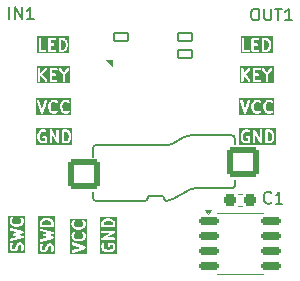
<source format=gto>
G04 #@! TF.GenerationSoftware,KiCad,Pcbnew,8.0.5+dfsg-1*
G04 #@! TF.CreationDate,2024-10-30T23:38:13+01:00*
G04 #@! TF.ProjectId,raddr,72616464-722e-46b6-9963-61645f706362,rev?*
G04 #@! TF.SameCoordinates,Original*
G04 #@! TF.FileFunction,Legend,Top*
G04 #@! TF.FilePolarity,Positive*
%FSLAX46Y46*%
G04 Gerber Fmt 4.6, Leading zero omitted, Abs format (unit mm)*
G04 Created by KiCad (PCBNEW 8.0.5+dfsg-1) date 2024-10-30 23:38:13*
%MOMM*%
%LPD*%
G01*
G04 APERTURE LIST*
G04 Aperture macros list*
%AMRoundRect*
0 Rectangle with rounded corners*
0 $1 Rounding radius*
0 $2 $3 $4 $5 $6 $7 $8 $9 X,Y pos of 4 corners*
0 Add a 4 corners polygon primitive as box body*
4,1,4,$2,$3,$4,$5,$6,$7,$8,$9,$2,$3,0*
0 Add four circle primitives for the rounded corners*
1,1,$1+$1,$2,$3*
1,1,$1+$1,$4,$5*
1,1,$1+$1,$6,$7*
1,1,$1+$1,$8,$9*
0 Add four rect primitives between the rounded corners*
20,1,$1+$1,$2,$3,$4,$5,0*
20,1,$1+$1,$4,$5,$6,$7,0*
20,1,$1+$1,$6,$7,$8,$9,0*
20,1,$1+$1,$8,$9,$2,$3,0*%
%AMFreePoly0*
4,1,18,-0.410000,0.265000,0.000000,0.675000,0.328000,0.675000,0.359380,0.668758,0.385983,0.650983,0.403758,0.624380,0.410000,0.593000,0.410000,-0.593000,0.403758,-0.624380,0.385983,-0.650983,0.359380,-0.668758,0.328000,-0.675000,-0.328000,-0.675000,-0.359380,-0.668758,-0.385983,-0.650983,-0.403758,-0.624380,-0.410000,-0.593000,-0.410000,0.265000,-0.410000,0.265000,$1*%
G04 Aperture macros list end*
%ADD10C,0.200000*%
%ADD11C,0.150000*%
%ADD12C,0.120000*%
%ADD13RoundRect,0.082000X0.593000X-0.328000X0.593000X0.328000X-0.593000X0.328000X-0.593000X-0.328000X0*%
%ADD14FreePoly0,90.000000*%
%ADD15RoundRect,0.150000X-0.675000X-0.150000X0.675000X-0.150000X0.675000X0.150000X-0.675000X0.150000X0*%
%ADD16R,1.700000X1.700000*%
%ADD17O,1.700000X1.700000*%
%ADD18C,5.250000*%
%ADD19C,3.300000*%
%ADD20RoundRect,0.255000X-1.070000X-1.020000X1.070000X-1.020000X1.070000X1.020000X-1.070000X1.020000X0*%
%ADD21RoundRect,0.237500X-0.300000X-0.237500X0.300000X-0.237500X0.300000X0.237500X-0.300000X0.237500X0*%
G04 APERTURE END LIST*
D10*
G36*
X102218Y-14758630D02*
G01*
X173127Y-14794084D01*
X240197Y-14861154D01*
X275219Y-14966219D01*
X275219Y-15088088D01*
X-524780Y-15088088D01*
X-524780Y-14966220D01*
X-489758Y-14861155D01*
X-422686Y-14794083D01*
X-351780Y-14758630D01*
X-183900Y-14716660D01*
X-65662Y-14716660D01*
X102218Y-14758630D01*
G37*
G36*
X586330Y-17542056D02*
G01*
X-835891Y-17542056D01*
X-835891Y-16902374D01*
X-724780Y-16902374D01*
X-724780Y-17140469D01*
X-722859Y-17159978D01*
X-721483Y-17163298D01*
X-721229Y-17166882D01*
X-714223Y-17185190D01*
X-666604Y-17280428D01*
X-661318Y-17288824D01*
X-660308Y-17291264D01*
X-658054Y-17294010D01*
X-656161Y-17297018D01*
X-654166Y-17298747D01*
X-647872Y-17306418D01*
X-600253Y-17354036D01*
X-592586Y-17360328D01*
X-590854Y-17362326D01*
X-587845Y-17364219D01*
X-585100Y-17366473D01*
X-582659Y-17367483D01*
X-574263Y-17372769D01*
X-479026Y-17420388D01*
X-460717Y-17427394D01*
X-457133Y-17427648D01*
X-453813Y-17429024D01*
X-434304Y-17430945D01*
X-339066Y-17430945D01*
X-319557Y-17429024D01*
X-316236Y-17427648D01*
X-312653Y-17427394D01*
X-294345Y-17420388D01*
X-199107Y-17372769D01*
X-190710Y-17367483D01*
X-188271Y-17366473D01*
X-185524Y-17364219D01*
X-182517Y-17362326D01*
X-180787Y-17360331D01*
X-173117Y-17354037D01*
X-125499Y-17306418D01*
X-119206Y-17298751D01*
X-117209Y-17297019D01*
X-115315Y-17294010D01*
X-113062Y-17291265D01*
X-112051Y-17288824D01*
X-106766Y-17280428D01*
X-59147Y-17185191D01*
X-58600Y-17183762D01*
X-58171Y-17183183D01*
X-55249Y-17175006D01*
X-52141Y-17166882D01*
X-52089Y-17166161D01*
X-51576Y-17164723D01*
X-6619Y-16984897D01*
X28834Y-16913990D01*
X53501Y-16889322D01*
X113111Y-16859517D01*
X161135Y-16859517D01*
X220746Y-16889323D01*
X245414Y-16913990D01*
X275219Y-16973600D01*
X275219Y-17171861D01*
X232732Y-17299322D01*
X228385Y-17318438D01*
X231151Y-17357358D01*
X248601Y-17392257D01*
X278077Y-17417822D01*
X315093Y-17430160D01*
X354013Y-17427394D01*
X388912Y-17409944D01*
X414477Y-17380468D01*
X422468Y-17362568D01*
X470087Y-17219711D01*
X472286Y-17210038D01*
X473298Y-17207597D01*
X473646Y-17204059D01*
X474434Y-17200596D01*
X474246Y-17197961D01*
X475219Y-17188088D01*
X475219Y-16949993D01*
X473298Y-16930484D01*
X471922Y-16927163D01*
X471668Y-16923580D01*
X464662Y-16905271D01*
X417043Y-16810034D01*
X411757Y-16801637D01*
X410747Y-16799197D01*
X408493Y-16796451D01*
X406600Y-16793443D01*
X404603Y-16791711D01*
X398310Y-16784043D01*
X350690Y-16736425D01*
X343020Y-16730130D01*
X341291Y-16728136D01*
X338286Y-16726244D01*
X335537Y-16723988D01*
X333093Y-16722976D01*
X324701Y-16717693D01*
X229463Y-16670074D01*
X211155Y-16663068D01*
X207571Y-16662813D01*
X204251Y-16661438D01*
X184742Y-16659517D01*
X89504Y-16659517D01*
X69995Y-16661438D01*
X66675Y-16662813D01*
X63090Y-16663068D01*
X44782Y-16670075D01*
X-50455Y-16717693D01*
X-58852Y-16722978D01*
X-61291Y-16723989D01*
X-64035Y-16726241D01*
X-67045Y-16728136D01*
X-68777Y-16730133D01*
X-76444Y-16736426D01*
X-124063Y-16784044D01*
X-130357Y-16791714D01*
X-132352Y-16793444D01*
X-134245Y-16796451D01*
X-136499Y-16799198D01*
X-137509Y-16801637D01*
X-142795Y-16810034D01*
X-190414Y-16905272D01*
X-190959Y-16906698D01*
X-191390Y-16907279D01*
X-194311Y-16915455D01*
X-197420Y-16923580D01*
X-197471Y-16924302D01*
X-197985Y-16925740D01*
X-242941Y-17105564D01*
X-278394Y-17176471D01*
X-303063Y-17201139D01*
X-362673Y-17230945D01*
X-410697Y-17230945D01*
X-470306Y-17201140D01*
X-494974Y-17176471D01*
X-524780Y-17116861D01*
X-524780Y-16918601D01*
X-482293Y-16791140D01*
X-477946Y-16772025D01*
X-480712Y-16733105D01*
X-498162Y-16698206D01*
X-527638Y-16672641D01*
X-564654Y-16660302D01*
X-603574Y-16663069D01*
X-638473Y-16680518D01*
X-664038Y-16709994D01*
X-672029Y-16727895D01*
X-719648Y-16870751D01*
X-721847Y-16880422D01*
X-722859Y-16882865D01*
X-723207Y-16886403D01*
X-723995Y-16889867D01*
X-723807Y-16892500D01*
X-724780Y-16902374D01*
X-835891Y-16902374D01*
X-835891Y-15565302D01*
X-724711Y-15565302D01*
X-718534Y-15603829D01*
X-698085Y-15637059D01*
X-666476Y-15659934D01*
X-647942Y-15666322D01*
X-33469Y-15812625D01*
X-364832Y-15900989D01*
X-369399Y-15902701D01*
X-371323Y-15902957D01*
X-373604Y-15904278D01*
X-383188Y-15907871D01*
X-393671Y-15915895D01*
X-405091Y-15922507D01*
X-409027Y-15927650D01*
X-414171Y-15931587D01*
X-420782Y-15943006D01*
X-428807Y-15953490D01*
X-430476Y-15959750D01*
X-433721Y-15965355D01*
X-435459Y-15978437D01*
X-438860Y-15991191D01*
X-438006Y-15997612D01*
X-438860Y-16004033D01*
X-435459Y-16016786D01*
X-433721Y-16029869D01*
X-430476Y-16035473D01*
X-428807Y-16041734D01*
X-420782Y-16052217D01*
X-414171Y-16063637D01*
X-409027Y-16067573D01*
X-405091Y-16072717D01*
X-393671Y-16079328D01*
X-383188Y-16087353D01*
X-373604Y-16090945D01*
X-371323Y-16092267D01*
X-369399Y-16092522D01*
X-364832Y-16094235D01*
X-33469Y-16182598D01*
X-647942Y-16328902D01*
X-666476Y-16335290D01*
X-698085Y-16358165D01*
X-718534Y-16391395D01*
X-724711Y-16429922D01*
X-715673Y-16467879D01*
X-692798Y-16499488D01*
X-659568Y-16519937D01*
X-621041Y-16526114D01*
X-601618Y-16523464D01*
X398381Y-16285369D01*
X405073Y-16283062D01*
X407477Y-16282743D01*
X409649Y-16281485D01*
X416915Y-16278981D01*
X428677Y-16270468D01*
X441244Y-16263193D01*
X444364Y-16259115D01*
X448524Y-16256106D01*
X456131Y-16243743D01*
X464960Y-16232210D01*
X466283Y-16227246D01*
X468973Y-16222876D01*
X471271Y-16208541D01*
X475013Y-16194509D01*
X474336Y-16189420D01*
X475150Y-16184349D01*
X471785Y-16170220D01*
X469874Y-16155831D01*
X467301Y-16151387D01*
X466112Y-16146392D01*
X457596Y-16134625D01*
X450324Y-16122064D01*
X446248Y-16118944D01*
X443237Y-16114783D01*
X430872Y-16107174D01*
X419341Y-16098347D01*
X412141Y-16095647D01*
X410007Y-16094334D01*
X407615Y-16093950D01*
X400986Y-16091465D01*
X49036Y-15997612D01*
X400986Y-15903759D01*
X407615Y-15901273D01*
X410007Y-15900890D01*
X412141Y-15899576D01*
X419341Y-15896877D01*
X430872Y-15888049D01*
X443237Y-15880441D01*
X446248Y-15876279D01*
X450324Y-15873160D01*
X457596Y-15860598D01*
X466112Y-15848832D01*
X467301Y-15843836D01*
X469874Y-15839393D01*
X471785Y-15825003D01*
X475150Y-15810875D01*
X474336Y-15805803D01*
X475013Y-15800715D01*
X471271Y-15786682D01*
X468973Y-15772348D01*
X466283Y-15767977D01*
X464960Y-15763014D01*
X456131Y-15751480D01*
X448524Y-15739118D01*
X444364Y-15736108D01*
X441244Y-15732031D01*
X428677Y-15724755D01*
X416915Y-15716243D01*
X409649Y-15713738D01*
X407477Y-15712481D01*
X405073Y-15712161D01*
X398381Y-15709855D01*
X-601618Y-15471760D01*
X-621041Y-15469110D01*
X-659568Y-15475287D01*
X-692798Y-15495736D01*
X-715673Y-15527345D01*
X-724711Y-15565302D01*
X-835891Y-15565302D01*
X-835891Y-14949993D01*
X-724780Y-14949993D01*
X-724780Y-15188088D01*
X-722859Y-15207597D01*
X-707927Y-15243645D01*
X-680337Y-15271235D01*
X-644289Y-15286167D01*
X-624780Y-15288088D01*
X375219Y-15288088D01*
X394728Y-15286167D01*
X430776Y-15271235D01*
X458366Y-15243645D01*
X473298Y-15207597D01*
X475219Y-15188088D01*
X475219Y-14949993D01*
X474246Y-14940119D01*
X474434Y-14937485D01*
X473646Y-14934021D01*
X473298Y-14930484D01*
X472286Y-14928042D01*
X470087Y-14918370D01*
X422468Y-14775513D01*
X414477Y-14757613D01*
X412122Y-14754897D01*
X410747Y-14751578D01*
X398311Y-14736425D01*
X303071Y-14641187D01*
X295401Y-14634892D01*
X293672Y-14632898D01*
X290667Y-14631006D01*
X287918Y-14628750D01*
X285474Y-14627737D01*
X277082Y-14622455D01*
X181844Y-14574836D01*
X180417Y-14574290D01*
X179837Y-14573860D01*
X171660Y-14570938D01*
X163536Y-14567830D01*
X162813Y-14567778D01*
X161376Y-14567265D01*
X-29098Y-14519646D01*
X-32479Y-14519145D01*
X-33843Y-14518581D01*
X-41193Y-14517857D01*
X-48491Y-14516778D01*
X-49949Y-14516995D01*
X-53352Y-14516660D01*
X-196209Y-14516660D01*
X-199611Y-14516995D01*
X-201070Y-14516778D01*
X-208367Y-14517857D01*
X-215718Y-14518581D01*
X-217081Y-14519145D01*
X-220463Y-14519646D01*
X-410939Y-14567265D01*
X-412377Y-14567778D01*
X-413098Y-14567830D01*
X-421222Y-14570938D01*
X-429399Y-14573860D01*
X-429978Y-14574289D01*
X-431407Y-14574836D01*
X-526644Y-14622455D01*
X-535042Y-14627741D01*
X-537480Y-14628751D01*
X-540223Y-14631002D01*
X-543235Y-14632898D01*
X-544967Y-14634895D01*
X-552634Y-14641187D01*
X-647872Y-14736425D01*
X-660308Y-14751579D01*
X-661682Y-14754897D01*
X-664038Y-14757613D01*
X-672029Y-14775514D01*
X-719648Y-14918370D01*
X-721847Y-14928041D01*
X-722859Y-14930484D01*
X-723207Y-14934022D01*
X-723995Y-14937486D01*
X-723807Y-14940119D01*
X-724780Y-14949993D01*
X-835891Y-14949993D01*
X-835891Y-14405549D01*
X586330Y-14405549D01*
X586330Y-17542056D01*
G37*
G36*
X19078330Y-3126330D02*
G01*
X16227562Y-3126330D01*
X16227562Y-1915219D01*
X16338673Y-1915219D01*
X16338673Y-2915219D01*
X16340594Y-2934728D01*
X16355526Y-2970776D01*
X16383116Y-2998366D01*
X16419164Y-3013298D01*
X16458182Y-3013298D01*
X16494230Y-2998366D01*
X16521820Y-2970776D01*
X16536752Y-2934728D01*
X16538673Y-2915219D01*
X16538673Y-2528069D01*
X16570710Y-2496031D01*
X16930101Y-2975219D01*
X16943343Y-2989674D01*
X16976918Y-3009553D01*
X17015544Y-3015071D01*
X17053341Y-3005388D01*
X17084556Y-2981977D01*
X17104435Y-2948403D01*
X17109953Y-2909777D01*
X17100270Y-2871979D01*
X17090101Y-2855219D01*
X16713567Y-2353174D01*
X17080812Y-1985930D01*
X17093248Y-1970777D01*
X17108179Y-1934728D01*
X17108179Y-1915219D01*
X17338673Y-1915219D01*
X17338673Y-2915219D01*
X17340594Y-2934728D01*
X17355526Y-2970776D01*
X17383116Y-2998366D01*
X17419164Y-3013298D01*
X17438673Y-3015219D01*
X17914863Y-3015219D01*
X17934372Y-3013298D01*
X17970420Y-2998366D01*
X17998010Y-2970776D01*
X18012942Y-2934728D01*
X18012942Y-2895710D01*
X17998010Y-2859662D01*
X17970420Y-2832072D01*
X17934372Y-2817140D01*
X17914863Y-2815219D01*
X17538673Y-2815219D01*
X17538673Y-2491409D01*
X17772006Y-2491409D01*
X17791515Y-2489488D01*
X17827563Y-2474556D01*
X17855153Y-2446966D01*
X17870085Y-2410918D01*
X17870085Y-2371900D01*
X17855153Y-2335852D01*
X17827563Y-2308262D01*
X17791515Y-2293330D01*
X17772006Y-2291409D01*
X17538673Y-2291409D01*
X17538673Y-2015219D01*
X17914863Y-2015219D01*
X17934372Y-2013298D01*
X17970420Y-1998366D01*
X17998010Y-1970776D01*
X18012942Y-1934728D01*
X18012942Y-1912987D01*
X18100603Y-1912987D01*
X18107359Y-1951416D01*
X18116212Y-1968907D01*
X18433911Y-2468148D01*
X18433911Y-2915219D01*
X18435832Y-2934728D01*
X18450764Y-2970776D01*
X18478354Y-2998366D01*
X18514402Y-3013298D01*
X18553420Y-3013298D01*
X18589468Y-2998366D01*
X18617058Y-2970776D01*
X18631990Y-2934728D01*
X18633911Y-2915219D01*
X18633911Y-2468148D01*
X18951610Y-1968906D01*
X18960463Y-1951416D01*
X18967219Y-1912987D01*
X18958755Y-1874898D01*
X18936359Y-1842947D01*
X18903441Y-1821999D01*
X18865012Y-1815244D01*
X18826923Y-1823708D01*
X18794973Y-1846104D01*
X18782878Y-1861531D01*
X18533910Y-2252765D01*
X18284944Y-1861531D01*
X18272850Y-1846104D01*
X18240899Y-1823708D01*
X18202810Y-1815244D01*
X18164381Y-1822000D01*
X18131463Y-1842947D01*
X18109067Y-1874898D01*
X18100603Y-1912987D01*
X18012942Y-1912987D01*
X18012942Y-1895710D01*
X17998010Y-1859662D01*
X17970420Y-1832072D01*
X17934372Y-1817140D01*
X17914863Y-1815219D01*
X17438673Y-1815219D01*
X17419164Y-1817140D01*
X17383116Y-1832072D01*
X17355526Y-1859662D01*
X17340594Y-1895710D01*
X17338673Y-1915219D01*
X17108179Y-1915219D01*
X17108179Y-1895710D01*
X17093248Y-1859662D01*
X17065658Y-1832072D01*
X17029610Y-1817141D01*
X16990592Y-1817141D01*
X16954543Y-1832072D01*
X16939390Y-1844508D01*
X16538673Y-2245225D01*
X16538673Y-1915219D01*
X16536752Y-1895710D01*
X16521820Y-1859662D01*
X16494230Y-1832072D01*
X16458182Y-1817140D01*
X16419164Y-1817140D01*
X16383116Y-1832072D01*
X16355526Y-1859662D01*
X16340594Y-1895710D01*
X16338673Y-1915219D01*
X16227562Y-1915219D01*
X16227562Y-1704108D01*
X19078330Y-1704108D01*
X19078330Y-3126330D01*
G37*
G36*
X1924434Y-5823330D02*
G01*
X-1066509Y-5823330D01*
X-1066509Y-4624726D01*
X-955398Y-4624726D01*
X-951051Y-4643842D01*
X-617718Y-5643841D01*
X-609727Y-5661742D01*
X-605043Y-5667141D01*
X-601849Y-5673531D01*
X-592377Y-5681746D01*
X-584162Y-5691218D01*
X-577773Y-5694412D01*
X-572373Y-5699096D01*
X-560471Y-5703063D01*
X-549263Y-5708667D01*
X-542138Y-5709173D01*
X-535357Y-5711434D01*
X-522847Y-5710544D01*
X-510343Y-5711434D01*
X-503564Y-5709174D01*
X-496437Y-5708668D01*
X-485220Y-5703059D01*
X-473327Y-5699095D01*
X-467929Y-5694414D01*
X-461538Y-5691218D01*
X-453319Y-5681742D01*
X-443851Y-5673530D01*
X-440657Y-5667143D01*
X-435973Y-5661742D01*
X-427982Y-5643842D01*
X-226965Y-5040790D01*
X-3803Y-5040790D01*
X-3803Y-5183647D01*
X-3467Y-5187049D01*
X-3685Y-5188508D01*
X-2605Y-5195805D01*
X-1882Y-5203156D01*
X-1317Y-5204519D01*
X-817Y-5207901D01*
X46802Y-5398376D01*
X47315Y-5399813D01*
X47367Y-5400536D01*
X50475Y-5408660D01*
X53397Y-5416837D01*
X53827Y-5417417D01*
X54373Y-5418844D01*
X101992Y-5514082D01*
X107274Y-5522474D01*
X108287Y-5524918D01*
X110543Y-5527667D01*
X112435Y-5530672D01*
X114429Y-5532401D01*
X120724Y-5540071D01*
X215962Y-5635311D01*
X231115Y-5647747D01*
X234434Y-5649122D01*
X237150Y-5651477D01*
X255050Y-5659468D01*
X397907Y-5707087D01*
X407579Y-5709286D01*
X410021Y-5710298D01*
X413558Y-5710646D01*
X417022Y-5711434D01*
X419656Y-5711246D01*
X429530Y-5712219D01*
X524768Y-5712219D01*
X534641Y-5711246D01*
X537275Y-5711434D01*
X540738Y-5710646D01*
X544277Y-5710298D01*
X546719Y-5709286D01*
X556391Y-5707087D01*
X699247Y-5659468D01*
X717148Y-5651477D01*
X719863Y-5649122D01*
X723183Y-5647747D01*
X738336Y-5635310D01*
X785955Y-5587690D01*
X798392Y-5572537D01*
X813323Y-5536488D01*
X813322Y-5497470D01*
X798391Y-5461422D01*
X770800Y-5433832D01*
X734752Y-5418901D01*
X695734Y-5418902D01*
X659686Y-5433833D01*
X644532Y-5446270D01*
X613605Y-5477197D01*
X508541Y-5512219D01*
X445756Y-5512219D01*
X340691Y-5477197D01*
X273621Y-5410127D01*
X238167Y-5339218D01*
X196197Y-5171337D01*
X196197Y-5053100D01*
X199274Y-5040790D01*
X996197Y-5040790D01*
X996197Y-5183647D01*
X996532Y-5187049D01*
X996315Y-5188508D01*
X997394Y-5195805D01*
X998118Y-5203156D01*
X998682Y-5204519D01*
X999183Y-5207901D01*
X1046802Y-5398376D01*
X1047315Y-5399813D01*
X1047367Y-5400536D01*
X1050475Y-5408660D01*
X1053397Y-5416837D01*
X1053827Y-5417417D01*
X1054373Y-5418844D01*
X1101992Y-5514082D01*
X1107274Y-5522474D01*
X1108287Y-5524918D01*
X1110543Y-5527667D01*
X1112435Y-5530672D01*
X1114429Y-5532401D01*
X1120724Y-5540071D01*
X1215962Y-5635311D01*
X1231115Y-5647747D01*
X1234434Y-5649122D01*
X1237150Y-5651477D01*
X1255050Y-5659468D01*
X1397907Y-5707087D01*
X1407579Y-5709286D01*
X1410021Y-5710298D01*
X1413558Y-5710646D01*
X1417022Y-5711434D01*
X1419656Y-5711246D01*
X1429530Y-5712219D01*
X1524768Y-5712219D01*
X1534641Y-5711246D01*
X1537275Y-5711434D01*
X1540738Y-5710646D01*
X1544277Y-5710298D01*
X1546719Y-5709286D01*
X1556391Y-5707087D01*
X1699247Y-5659468D01*
X1717148Y-5651477D01*
X1719863Y-5649122D01*
X1723183Y-5647747D01*
X1738336Y-5635310D01*
X1785955Y-5587690D01*
X1798392Y-5572537D01*
X1813323Y-5536488D01*
X1813322Y-5497470D01*
X1798391Y-5461422D01*
X1770800Y-5433832D01*
X1734752Y-5418901D01*
X1695734Y-5418902D01*
X1659686Y-5433833D01*
X1644532Y-5446270D01*
X1613605Y-5477197D01*
X1508541Y-5512219D01*
X1445756Y-5512219D01*
X1340691Y-5477197D01*
X1273621Y-5410127D01*
X1238167Y-5339218D01*
X1196197Y-5171337D01*
X1196197Y-5053100D01*
X1238167Y-4885218D01*
X1273620Y-4814312D01*
X1340692Y-4747240D01*
X1445756Y-4712219D01*
X1508541Y-4712219D01*
X1613606Y-4747240D01*
X1644533Y-4778167D01*
X1659686Y-4790604D01*
X1695735Y-4805535D01*
X1734753Y-4805535D01*
X1770801Y-4790604D01*
X1798391Y-4763014D01*
X1813322Y-4726966D01*
X1813322Y-4687948D01*
X1798391Y-4651899D01*
X1785954Y-4636746D01*
X1738336Y-4589127D01*
X1723182Y-4576691D01*
X1719863Y-4575316D01*
X1717148Y-4572961D01*
X1699247Y-4564970D01*
X1556391Y-4517351D01*
X1546719Y-4515151D01*
X1544277Y-4514140D01*
X1540738Y-4513791D01*
X1537275Y-4513004D01*
X1534641Y-4513191D01*
X1524768Y-4512219D01*
X1429530Y-4512219D01*
X1419656Y-4513191D01*
X1417022Y-4513004D01*
X1413558Y-4513791D01*
X1410021Y-4514140D01*
X1407579Y-4515151D01*
X1397907Y-4517351D01*
X1255050Y-4564970D01*
X1237150Y-4572961D01*
X1234434Y-4575316D01*
X1231116Y-4576691D01*
X1215962Y-4589127D01*
X1120724Y-4684365D01*
X1114429Y-4692035D01*
X1112435Y-4693765D01*
X1110541Y-4696772D01*
X1108288Y-4699519D01*
X1107277Y-4701958D01*
X1101992Y-4710355D01*
X1054373Y-4805593D01*
X1053827Y-4807019D01*
X1053397Y-4807600D01*
X1050475Y-4815776D01*
X1047367Y-4823901D01*
X1047315Y-4824623D01*
X1046802Y-4826061D01*
X999183Y-5016536D01*
X998682Y-5019917D01*
X998118Y-5021281D01*
X997394Y-5028631D01*
X996315Y-5035929D01*
X996532Y-5037387D01*
X996197Y-5040790D01*
X199274Y-5040790D01*
X238167Y-4885218D01*
X273620Y-4814312D01*
X340692Y-4747240D01*
X445756Y-4712219D01*
X508541Y-4712219D01*
X613606Y-4747240D01*
X644533Y-4778167D01*
X659686Y-4790604D01*
X695735Y-4805535D01*
X734753Y-4805535D01*
X770801Y-4790604D01*
X798391Y-4763014D01*
X813322Y-4726966D01*
X813322Y-4687948D01*
X798391Y-4651899D01*
X785954Y-4636746D01*
X738336Y-4589127D01*
X723182Y-4576691D01*
X719863Y-4575316D01*
X717148Y-4572961D01*
X699247Y-4564970D01*
X556391Y-4517351D01*
X546719Y-4515151D01*
X544277Y-4514140D01*
X540738Y-4513791D01*
X537275Y-4513004D01*
X534641Y-4513191D01*
X524768Y-4512219D01*
X429530Y-4512219D01*
X419656Y-4513191D01*
X417022Y-4513004D01*
X413558Y-4513791D01*
X410021Y-4514140D01*
X407579Y-4515151D01*
X397907Y-4517351D01*
X255050Y-4564970D01*
X237150Y-4572961D01*
X234434Y-4575316D01*
X231116Y-4576691D01*
X215962Y-4589127D01*
X120724Y-4684365D01*
X114429Y-4692035D01*
X112435Y-4693765D01*
X110541Y-4696772D01*
X108288Y-4699519D01*
X107277Y-4701958D01*
X101992Y-4710355D01*
X54373Y-4805593D01*
X53827Y-4807019D01*
X53397Y-4807600D01*
X50475Y-4815776D01*
X47367Y-4823901D01*
X47315Y-4824623D01*
X46802Y-4826061D01*
X-817Y-5016536D01*
X-1317Y-5019917D01*
X-1882Y-5021281D01*
X-2605Y-5028631D01*
X-3685Y-5035929D01*
X-3467Y-5037387D01*
X-3803Y-5040790D01*
X-226965Y-5040790D01*
X-94649Y-4643842D01*
X-90302Y-4624727D01*
X-93068Y-4585807D01*
X-110518Y-4550908D01*
X-139994Y-4525343D01*
X-177010Y-4513004D01*
X-215930Y-4515771D01*
X-250829Y-4533220D01*
X-276394Y-4562696D01*
X-284385Y-4580597D01*
X-522849Y-5295991D01*
X-761315Y-4580596D01*
X-769306Y-4562696D01*
X-794871Y-4533220D01*
X-829770Y-4515770D01*
X-868690Y-4513004D01*
X-905706Y-4525342D01*
X-935182Y-4550907D01*
X-952632Y-4585806D01*
X-955398Y-4624726D01*
X-1066509Y-4624726D01*
X-1066509Y-4401108D01*
X1924434Y-4401108D01*
X1924434Y-5823330D01*
G37*
G36*
X1866330Y-3126330D02*
G01*
X-984437Y-3126330D01*
X-984437Y-1915219D01*
X-873326Y-1915219D01*
X-873326Y-2915219D01*
X-871405Y-2934728D01*
X-856473Y-2970776D01*
X-828883Y-2998366D01*
X-792835Y-3013298D01*
X-753817Y-3013298D01*
X-717769Y-2998366D01*
X-690179Y-2970776D01*
X-675247Y-2934728D01*
X-673326Y-2915219D01*
X-673326Y-2528069D01*
X-641288Y-2496031D01*
X-281898Y-2975219D01*
X-268656Y-2989674D01*
X-235081Y-3009553D01*
X-196455Y-3015071D01*
X-158658Y-3005388D01*
X-127443Y-2981977D01*
X-107564Y-2948403D01*
X-102046Y-2909777D01*
X-111729Y-2871979D01*
X-121898Y-2855219D01*
X-498431Y-2353174D01*
X-131187Y-1985930D01*
X-118751Y-1970777D01*
X-103820Y-1934728D01*
X-103820Y-1915219D01*
X126673Y-1915219D01*
X126673Y-2915219D01*
X128594Y-2934728D01*
X143526Y-2970776D01*
X171116Y-2998366D01*
X207164Y-3013298D01*
X226673Y-3015219D01*
X702863Y-3015219D01*
X722372Y-3013298D01*
X758420Y-2998366D01*
X786010Y-2970776D01*
X800942Y-2934728D01*
X800942Y-2895710D01*
X786010Y-2859662D01*
X758420Y-2832072D01*
X722372Y-2817140D01*
X702863Y-2815219D01*
X326673Y-2815219D01*
X326673Y-2491409D01*
X560006Y-2491409D01*
X579515Y-2489488D01*
X615563Y-2474556D01*
X643153Y-2446966D01*
X658085Y-2410918D01*
X658085Y-2371900D01*
X643153Y-2335852D01*
X615563Y-2308262D01*
X579515Y-2293330D01*
X560006Y-2291409D01*
X326673Y-2291409D01*
X326673Y-2015219D01*
X702863Y-2015219D01*
X722372Y-2013298D01*
X758420Y-1998366D01*
X786010Y-1970776D01*
X800942Y-1934728D01*
X800942Y-1912987D01*
X888603Y-1912987D01*
X895359Y-1951416D01*
X904212Y-1968907D01*
X1221911Y-2468148D01*
X1221911Y-2915219D01*
X1223832Y-2934728D01*
X1238764Y-2970776D01*
X1266354Y-2998366D01*
X1302402Y-3013298D01*
X1341420Y-3013298D01*
X1377468Y-2998366D01*
X1405058Y-2970776D01*
X1419990Y-2934728D01*
X1421911Y-2915219D01*
X1421911Y-2468148D01*
X1739610Y-1968906D01*
X1748463Y-1951416D01*
X1755219Y-1912987D01*
X1746755Y-1874898D01*
X1724359Y-1842947D01*
X1691441Y-1821999D01*
X1653012Y-1815244D01*
X1614923Y-1823708D01*
X1582973Y-1846104D01*
X1570878Y-1861531D01*
X1321910Y-2252765D01*
X1072944Y-1861531D01*
X1060850Y-1846104D01*
X1028899Y-1823708D01*
X990810Y-1815244D01*
X952381Y-1822000D01*
X919463Y-1842947D01*
X897067Y-1874898D01*
X888603Y-1912987D01*
X800942Y-1912987D01*
X800942Y-1895710D01*
X786010Y-1859662D01*
X758420Y-1832072D01*
X722372Y-1817140D01*
X702863Y-1815219D01*
X226673Y-1815219D01*
X207164Y-1817140D01*
X171116Y-1832072D01*
X143526Y-1859662D01*
X128594Y-1895710D01*
X126673Y-1915219D01*
X-103820Y-1915219D01*
X-103820Y-1895710D01*
X-118751Y-1859662D01*
X-146341Y-1832072D01*
X-182389Y-1817141D01*
X-221407Y-1817141D01*
X-257456Y-1832072D01*
X-272609Y-1844508D01*
X-673326Y-2245225D01*
X-673326Y-1915219D01*
X-675247Y-1895710D01*
X-690179Y-1859662D01*
X-717769Y-1832072D01*
X-753817Y-1817140D01*
X-792835Y-1817140D01*
X-828883Y-1832072D01*
X-856473Y-1859662D01*
X-871405Y-1895710D01*
X-873326Y-1915219D01*
X-984437Y-1915219D01*
X-984437Y-1704108D01*
X1866330Y-1704108D01*
X1866330Y-3126330D01*
G37*
G36*
X-1953669Y-17482056D02*
G01*
X-3375891Y-17482056D01*
X-3375891Y-16842374D01*
X-3264780Y-16842374D01*
X-3264780Y-17080469D01*
X-3262859Y-17099978D01*
X-3261483Y-17103298D01*
X-3261229Y-17106882D01*
X-3254223Y-17125190D01*
X-3206604Y-17220428D01*
X-3201318Y-17228824D01*
X-3200308Y-17231264D01*
X-3198054Y-17234010D01*
X-3196161Y-17237018D01*
X-3194166Y-17238747D01*
X-3187872Y-17246418D01*
X-3140253Y-17294036D01*
X-3132586Y-17300328D01*
X-3130854Y-17302326D01*
X-3127845Y-17304219D01*
X-3125100Y-17306473D01*
X-3122659Y-17307483D01*
X-3114263Y-17312769D01*
X-3019026Y-17360388D01*
X-3000717Y-17367394D01*
X-2997133Y-17367648D01*
X-2993813Y-17369024D01*
X-2974304Y-17370945D01*
X-2879066Y-17370945D01*
X-2859557Y-17369024D01*
X-2856236Y-17367648D01*
X-2852653Y-17367394D01*
X-2834345Y-17360388D01*
X-2739107Y-17312769D01*
X-2730710Y-17307483D01*
X-2728271Y-17306473D01*
X-2725524Y-17304219D01*
X-2722517Y-17302326D01*
X-2720787Y-17300331D01*
X-2713117Y-17294037D01*
X-2665499Y-17246418D01*
X-2659206Y-17238751D01*
X-2657209Y-17237019D01*
X-2655315Y-17234010D01*
X-2653062Y-17231265D01*
X-2652051Y-17228824D01*
X-2646766Y-17220428D01*
X-2599147Y-17125191D01*
X-2598600Y-17123762D01*
X-2598171Y-17123183D01*
X-2595249Y-17115006D01*
X-2592141Y-17106882D01*
X-2592089Y-17106161D01*
X-2591576Y-17104723D01*
X-2546619Y-16924897D01*
X-2511165Y-16853990D01*
X-2486497Y-16829321D01*
X-2426888Y-16799517D01*
X-2378864Y-16799517D01*
X-2319254Y-16829322D01*
X-2294584Y-16853991D01*
X-2264780Y-16913599D01*
X-2264780Y-17111859D01*
X-2307268Y-17239322D01*
X-2311615Y-17258437D01*
X-2308849Y-17297357D01*
X-2291400Y-17332256D01*
X-2261924Y-17357821D01*
X-2224908Y-17370160D01*
X-2185988Y-17367394D01*
X-2151089Y-17349945D01*
X-2125524Y-17320469D01*
X-2117532Y-17302568D01*
X-2069912Y-17159711D01*
X-2067712Y-17150038D01*
X-2066701Y-17147597D01*
X-2066352Y-17144059D01*
X-2065565Y-17140596D01*
X-2065752Y-17137961D01*
X-2064780Y-17128088D01*
X-2064780Y-16889993D01*
X-2066701Y-16870484D01*
X-2068076Y-16867163D01*
X-2068331Y-16863580D01*
X-2075338Y-16845271D01*
X-2122958Y-16750033D01*
X-2128241Y-16741640D01*
X-2129253Y-16739197D01*
X-2131509Y-16736447D01*
X-2133401Y-16733443D01*
X-2135395Y-16731713D01*
X-2141690Y-16724044D01*
X-2189308Y-16676425D01*
X-2196978Y-16670130D01*
X-2198708Y-16668136D01*
X-2201715Y-16666242D01*
X-2204462Y-16663989D01*
X-2206901Y-16662978D01*
X-2215298Y-16657693D01*
X-2310536Y-16610074D01*
X-2328844Y-16603068D01*
X-2332427Y-16602813D01*
X-2335748Y-16601438D01*
X-2355257Y-16599517D01*
X-2450495Y-16599517D01*
X-2470004Y-16601438D01*
X-2473324Y-16602813D01*
X-2476908Y-16603068D01*
X-2495217Y-16610074D01*
X-2590454Y-16657693D01*
X-2598850Y-16662978D01*
X-2601291Y-16663989D01*
X-2604036Y-16666242D01*
X-2607045Y-16668136D01*
X-2608777Y-16670133D01*
X-2616444Y-16676426D01*
X-2664063Y-16724044D01*
X-2670357Y-16731714D01*
X-2672352Y-16733444D01*
X-2674245Y-16736451D01*
X-2676499Y-16739198D01*
X-2677509Y-16741637D01*
X-2682795Y-16750034D01*
X-2730414Y-16845272D01*
X-2730959Y-16846698D01*
X-2731390Y-16847279D01*
X-2734311Y-16855455D01*
X-2737420Y-16863580D01*
X-2737471Y-16864302D01*
X-2737985Y-16865740D01*
X-2782941Y-17045564D01*
X-2818394Y-17116471D01*
X-2843063Y-17141139D01*
X-2902673Y-17170945D01*
X-2950697Y-17170945D01*
X-3010306Y-17141140D01*
X-3034974Y-17116471D01*
X-3064780Y-17056861D01*
X-3064780Y-16858601D01*
X-3022293Y-16731140D01*
X-3017946Y-16712025D01*
X-3020712Y-16673105D01*
X-3038162Y-16638206D01*
X-3067638Y-16612641D01*
X-3104654Y-16600302D01*
X-3143574Y-16603069D01*
X-3178473Y-16620518D01*
X-3204038Y-16649994D01*
X-3212029Y-16667895D01*
X-3259648Y-16810751D01*
X-3261847Y-16820422D01*
X-3262859Y-16822865D01*
X-3263207Y-16826403D01*
X-3263995Y-16829867D01*
X-3263807Y-16832500D01*
X-3264780Y-16842374D01*
X-3375891Y-16842374D01*
X-3375891Y-15505302D01*
X-3264711Y-15505302D01*
X-3258534Y-15543829D01*
X-3238085Y-15577059D01*
X-3206476Y-15599934D01*
X-3187942Y-15606322D01*
X-2573469Y-15752624D01*
X-2904832Y-15840988D01*
X-2909406Y-15842703D01*
X-2911323Y-15842958D01*
X-2913597Y-15844274D01*
X-2923188Y-15847871D01*
X-2933673Y-15855897D01*
X-2945091Y-15862507D01*
X-2949027Y-15867650D01*
X-2954171Y-15871587D01*
X-2960780Y-15883004D01*
X-2968807Y-15893490D01*
X-2970477Y-15899753D01*
X-2973720Y-15905355D01*
X-2975457Y-15918432D01*
X-2978860Y-15931191D01*
X-2978006Y-15937612D01*
X-2978860Y-15944033D01*
X-2975457Y-15956791D01*
X-2973720Y-15969869D01*
X-2970477Y-15975470D01*
X-2968807Y-15981734D01*
X-2960780Y-15992219D01*
X-2954171Y-16003637D01*
X-2949027Y-16007573D01*
X-2945091Y-16012717D01*
X-2933673Y-16019326D01*
X-2923188Y-16027353D01*
X-2913597Y-16030949D01*
X-2911323Y-16032266D01*
X-2909406Y-16032520D01*
X-2904832Y-16034236D01*
X-2573469Y-16122599D01*
X-3187942Y-16268902D01*
X-3206476Y-16275290D01*
X-3238085Y-16298165D01*
X-3258534Y-16331395D01*
X-3264711Y-16369922D01*
X-3255673Y-16407879D01*
X-3232798Y-16439488D01*
X-3199568Y-16459937D01*
X-3161041Y-16466114D01*
X-3141618Y-16463464D01*
X-2141618Y-16225369D01*
X-2134925Y-16223062D01*
X-2132522Y-16222743D01*
X-2130349Y-16221485D01*
X-2123084Y-16218981D01*
X-2111321Y-16210468D01*
X-2098755Y-16203193D01*
X-2095634Y-16199115D01*
X-2091475Y-16196106D01*
X-2083867Y-16183743D01*
X-2075039Y-16172210D01*
X-2073715Y-16167246D01*
X-2071026Y-16162876D01*
X-2068727Y-16148541D01*
X-2064986Y-16134509D01*
X-2065662Y-16129420D01*
X-2064849Y-16124349D01*
X-2068213Y-16110220D01*
X-2070125Y-16095831D01*
X-2072697Y-16091387D01*
X-2073887Y-16086392D01*
X-2082400Y-16074627D01*
X-2089675Y-16062063D01*
X-2093752Y-16058942D01*
X-2096762Y-16054783D01*
X-2109124Y-16047175D01*
X-2120658Y-16038347D01*
X-2127857Y-16035647D01*
X-2129992Y-16034334D01*
X-2132383Y-16033950D01*
X-2139013Y-16031465D01*
X-2490960Y-15937612D01*
X-2139013Y-15843759D01*
X-2132383Y-15841273D01*
X-2129992Y-15840890D01*
X-2127857Y-15839576D01*
X-2120658Y-15836877D01*
X-2109124Y-15828048D01*
X-2096762Y-15820441D01*
X-2093752Y-15816281D01*
X-2089675Y-15813161D01*
X-2082400Y-15800596D01*
X-2073887Y-15788832D01*
X-2072697Y-15783836D01*
X-2070125Y-15779393D01*
X-2068213Y-15765003D01*
X-2064849Y-15750875D01*
X-2065662Y-15745803D01*
X-2064986Y-15740715D01*
X-2068727Y-15726682D01*
X-2071026Y-15712348D01*
X-2073715Y-15707977D01*
X-2075039Y-15703014D01*
X-2083867Y-15691480D01*
X-2091475Y-15679118D01*
X-2095634Y-15676108D01*
X-2098755Y-15672031D01*
X-2111321Y-15664755D01*
X-2123084Y-15656243D01*
X-2130349Y-15653738D01*
X-2132522Y-15652481D01*
X-2134925Y-15652161D01*
X-2141618Y-15649855D01*
X-3141618Y-15411760D01*
X-3161041Y-15409110D01*
X-3199568Y-15415287D01*
X-3232798Y-15435736D01*
X-3255673Y-15467345D01*
X-3264711Y-15505302D01*
X-3375891Y-15505302D01*
X-3375891Y-14747136D01*
X-3264780Y-14747136D01*
X-3264780Y-14842374D01*
X-3263807Y-14852247D01*
X-3263995Y-14854881D01*
X-3263207Y-14858344D01*
X-3262859Y-14861883D01*
X-3261847Y-14864325D01*
X-3259648Y-14873997D01*
X-3212029Y-15016853D01*
X-3204038Y-15034754D01*
X-3201682Y-15037469D01*
X-3200308Y-15040788D01*
X-3187872Y-15055942D01*
X-3092634Y-15151180D01*
X-3084967Y-15157471D01*
X-3083235Y-15159469D01*
X-3080223Y-15161364D01*
X-3077480Y-15163616D01*
X-3075042Y-15164625D01*
X-3066644Y-15169912D01*
X-2971407Y-15217531D01*
X-2969978Y-15218077D01*
X-2969399Y-15218507D01*
X-2961222Y-15221428D01*
X-2953098Y-15224537D01*
X-2952377Y-15224588D01*
X-2950939Y-15225102D01*
X-2760463Y-15272721D01*
X-2757081Y-15273221D01*
X-2755718Y-15273786D01*
X-2748367Y-15274509D01*
X-2741070Y-15275589D01*
X-2739611Y-15275371D01*
X-2736209Y-15275707D01*
X-2593352Y-15275707D01*
X-2589949Y-15275371D01*
X-2588491Y-15275589D01*
X-2581193Y-15274509D01*
X-2573843Y-15273786D01*
X-2572479Y-15273221D01*
X-2569098Y-15272721D01*
X-2378623Y-15225102D01*
X-2377185Y-15224588D01*
X-2376463Y-15224537D01*
X-2368338Y-15221428D01*
X-2360162Y-15218507D01*
X-2359581Y-15218076D01*
X-2358155Y-15217531D01*
X-2262917Y-15169912D01*
X-2254520Y-15164626D01*
X-2252081Y-15163616D01*
X-2249334Y-15161362D01*
X-2246327Y-15159469D01*
X-2244597Y-15157474D01*
X-2236927Y-15151180D01*
X-2141689Y-15055942D01*
X-2129253Y-15040788D01*
X-2127878Y-15037469D01*
X-2125524Y-15034755D01*
X-2117532Y-15016854D01*
X-2069912Y-14873997D01*
X-2067712Y-14864324D01*
X-2066701Y-14861883D01*
X-2066352Y-14858345D01*
X-2065565Y-14854882D01*
X-2065752Y-14852247D01*
X-2064780Y-14842374D01*
X-2064780Y-14747136D01*
X-2065752Y-14737262D01*
X-2065565Y-14734628D01*
X-2066352Y-14731164D01*
X-2066701Y-14727627D01*
X-2067712Y-14725185D01*
X-2069912Y-14715513D01*
X-2117532Y-14572656D01*
X-2125524Y-14554755D01*
X-2127877Y-14552040D01*
X-2129253Y-14548721D01*
X-2141690Y-14533568D01*
X-2189308Y-14485949D01*
X-2204462Y-14473513D01*
X-2240510Y-14458581D01*
X-2279528Y-14458581D01*
X-2315576Y-14473513D01*
X-2343166Y-14501103D01*
X-2358098Y-14537151D01*
X-2358098Y-14576169D01*
X-2343166Y-14612217D01*
X-2330730Y-14627371D01*
X-2299802Y-14658297D01*
X-2264780Y-14763364D01*
X-2264780Y-14826145D01*
X-2299802Y-14931211D01*
X-2366874Y-14998283D01*
X-2437780Y-15033736D01*
X-2605662Y-15075707D01*
X-2723900Y-15075707D01*
X-2891780Y-15033736D01*
X-2962686Y-14998284D01*
X-3029758Y-14931211D01*
X-3064780Y-14826147D01*
X-3064780Y-14763363D01*
X-3029758Y-14658297D01*
X-2998832Y-14627371D01*
X-2986395Y-14612218D01*
X-2971464Y-14576169D01*
X-2971464Y-14537151D01*
X-2986395Y-14501103D01*
X-3013985Y-14473513D01*
X-3050033Y-14458582D01*
X-3089051Y-14458582D01*
X-3125100Y-14473513D01*
X-3140253Y-14485950D01*
X-3187872Y-14533568D01*
X-3200308Y-14548722D01*
X-3201682Y-14552040D01*
X-3204038Y-14554756D01*
X-3212029Y-14572657D01*
X-3259648Y-14715513D01*
X-3261847Y-14725184D01*
X-3262859Y-14727627D01*
X-3263207Y-14731165D01*
X-3263995Y-14734629D01*
X-3263807Y-14737262D01*
X-3264780Y-14747136D01*
X-3375891Y-14747136D01*
X-3375891Y-14347470D01*
X-1953669Y-14347470D01*
X-1953669Y-17482056D01*
G37*
G36*
X3283330Y-17576509D02*
G01*
X1861108Y-17576509D01*
X1861108Y-16687010D01*
X1973004Y-16687010D01*
X1975770Y-16725930D01*
X1993220Y-16760829D01*
X2022696Y-16786394D01*
X2040596Y-16794385D01*
X2755991Y-17032850D01*
X2040596Y-17271315D01*
X2022696Y-17279306D01*
X1993220Y-17304871D01*
X1975770Y-17339770D01*
X1973004Y-17378690D01*
X1985342Y-17415706D01*
X2010907Y-17445182D01*
X2045806Y-17462632D01*
X2084726Y-17465398D01*
X2103842Y-17461051D01*
X3103841Y-17127718D01*
X3121742Y-17119727D01*
X3127143Y-17115042D01*
X3133530Y-17111849D01*
X3141742Y-17102380D01*
X3151218Y-17094162D01*
X3154413Y-17087770D01*
X3159095Y-17082373D01*
X3163061Y-17070475D01*
X3168667Y-17059263D01*
X3169173Y-17052138D01*
X3171434Y-17045357D01*
X3170544Y-17032850D01*
X3171434Y-17020343D01*
X3169173Y-17013561D01*
X3168667Y-17006437D01*
X3163061Y-16995224D01*
X3159095Y-16983327D01*
X3154413Y-16977929D01*
X3151218Y-16971538D01*
X3141742Y-16963319D01*
X3133530Y-16953851D01*
X3127143Y-16950657D01*
X3121742Y-16945973D01*
X3103841Y-16937982D01*
X2103842Y-16604649D01*
X2084726Y-16600302D01*
X2045806Y-16603068D01*
X2010907Y-16620518D01*
X1985342Y-16649994D01*
X1973004Y-16687010D01*
X1861108Y-16687010D01*
X1861108Y-15985231D01*
X1972219Y-15985231D01*
X1972219Y-16080469D01*
X1973191Y-16090342D01*
X1973004Y-16092976D01*
X1973791Y-16096439D01*
X1974140Y-16099978D01*
X1975151Y-16102420D01*
X1977351Y-16112092D01*
X2024970Y-16254948D01*
X2032961Y-16272849D01*
X2035316Y-16275564D01*
X2036691Y-16278883D01*
X2049127Y-16294037D01*
X2144365Y-16389275D01*
X2152031Y-16395566D01*
X2153764Y-16397564D01*
X2156775Y-16399459D01*
X2159519Y-16401711D01*
X2161956Y-16402720D01*
X2170355Y-16408007D01*
X2265592Y-16455626D01*
X2267020Y-16456172D01*
X2267600Y-16456602D01*
X2275776Y-16459523D01*
X2283901Y-16462632D01*
X2284621Y-16462683D01*
X2286060Y-16463197D01*
X2476536Y-16510816D01*
X2479917Y-16511316D01*
X2481281Y-16511881D01*
X2488631Y-16512604D01*
X2495929Y-16513684D01*
X2497387Y-16513466D01*
X2500790Y-16513802D01*
X2643647Y-16513802D01*
X2647049Y-16513466D01*
X2648508Y-16513684D01*
X2655805Y-16512604D01*
X2663156Y-16511881D01*
X2664519Y-16511316D01*
X2667901Y-16510816D01*
X2858376Y-16463197D01*
X2859813Y-16462683D01*
X2860536Y-16462632D01*
X2868660Y-16459523D01*
X2876837Y-16456602D01*
X2877417Y-16456171D01*
X2878844Y-16455626D01*
X2974082Y-16408007D01*
X2982474Y-16402724D01*
X2984918Y-16401712D01*
X2987667Y-16399455D01*
X2990672Y-16397564D01*
X2992401Y-16395569D01*
X3000071Y-16389275D01*
X3095311Y-16294037D01*
X3107747Y-16278884D01*
X3109122Y-16275564D01*
X3111477Y-16272849D01*
X3119468Y-16254949D01*
X3167087Y-16112092D01*
X3169286Y-16102419D01*
X3170298Y-16099978D01*
X3170646Y-16096440D01*
X3171434Y-16092977D01*
X3171246Y-16090342D01*
X3172219Y-16080469D01*
X3172219Y-15985231D01*
X3171246Y-15975357D01*
X3171434Y-15972723D01*
X3170646Y-15969259D01*
X3170298Y-15965722D01*
X3169286Y-15963280D01*
X3167087Y-15953608D01*
X3119468Y-15810751D01*
X3111477Y-15792851D01*
X3109122Y-15790135D01*
X3107747Y-15786816D01*
X3095310Y-15771662D01*
X3047690Y-15724044D01*
X3032537Y-15711607D01*
X2996488Y-15696676D01*
X2957470Y-15696677D01*
X2921422Y-15711608D01*
X2893832Y-15739198D01*
X2878901Y-15775247D01*
X2878902Y-15814265D01*
X2893833Y-15850313D01*
X2906270Y-15865466D01*
X2937197Y-15896392D01*
X2972219Y-16001457D01*
X2972219Y-16064242D01*
X2937197Y-16169307D01*
X2870127Y-16236377D01*
X2799218Y-16271831D01*
X2631337Y-16313802D01*
X2513099Y-16313802D01*
X2345218Y-16271831D01*
X2274313Y-16236379D01*
X2207240Y-16169306D01*
X2172219Y-16064242D01*
X2172219Y-16001458D01*
X2207240Y-15896392D01*
X2238167Y-15865466D01*
X2250604Y-15850313D01*
X2265535Y-15814264D01*
X2265535Y-15775246D01*
X2250604Y-15739198D01*
X2223014Y-15711608D01*
X2186966Y-15696677D01*
X2147948Y-15696677D01*
X2111899Y-15711608D01*
X2096746Y-15724045D01*
X2049127Y-15771663D01*
X2036691Y-15786817D01*
X2035316Y-15790135D01*
X2032961Y-15792851D01*
X2024970Y-15810752D01*
X1977351Y-15953608D01*
X1975151Y-15963279D01*
X1974140Y-15965722D01*
X1973791Y-15969260D01*
X1973004Y-15972724D01*
X1973191Y-15975357D01*
X1972219Y-15985231D01*
X1861108Y-15985231D01*
X1861108Y-14985231D01*
X1972219Y-14985231D01*
X1972219Y-15080469D01*
X1973191Y-15090342D01*
X1973004Y-15092976D01*
X1973791Y-15096439D01*
X1974140Y-15099978D01*
X1975151Y-15102420D01*
X1977351Y-15112092D01*
X2024970Y-15254948D01*
X2032961Y-15272849D01*
X2035316Y-15275564D01*
X2036691Y-15278883D01*
X2049127Y-15294037D01*
X2144365Y-15389275D01*
X2152031Y-15395566D01*
X2153764Y-15397564D01*
X2156775Y-15399459D01*
X2159519Y-15401711D01*
X2161956Y-15402720D01*
X2170355Y-15408007D01*
X2265592Y-15455626D01*
X2267020Y-15456172D01*
X2267600Y-15456602D01*
X2275776Y-15459523D01*
X2283901Y-15462632D01*
X2284621Y-15462683D01*
X2286060Y-15463197D01*
X2476536Y-15510816D01*
X2479917Y-15511316D01*
X2481281Y-15511881D01*
X2488631Y-15512604D01*
X2495929Y-15513684D01*
X2497387Y-15513466D01*
X2500790Y-15513802D01*
X2643647Y-15513802D01*
X2647049Y-15513466D01*
X2648508Y-15513684D01*
X2655805Y-15512604D01*
X2663156Y-15511881D01*
X2664519Y-15511316D01*
X2667901Y-15510816D01*
X2858376Y-15463197D01*
X2859813Y-15462683D01*
X2860536Y-15462632D01*
X2868660Y-15459523D01*
X2876837Y-15456602D01*
X2877417Y-15456171D01*
X2878844Y-15455626D01*
X2974082Y-15408007D01*
X2982474Y-15402724D01*
X2984918Y-15401712D01*
X2987667Y-15399455D01*
X2990672Y-15397564D01*
X2992401Y-15395569D01*
X3000071Y-15389275D01*
X3095311Y-15294037D01*
X3107747Y-15278884D01*
X3109122Y-15275564D01*
X3111477Y-15272849D01*
X3119468Y-15254949D01*
X3167087Y-15112092D01*
X3169286Y-15102419D01*
X3170298Y-15099978D01*
X3170646Y-15096440D01*
X3171434Y-15092977D01*
X3171246Y-15090342D01*
X3172219Y-15080469D01*
X3172219Y-14985231D01*
X3171246Y-14975357D01*
X3171434Y-14972723D01*
X3170646Y-14969259D01*
X3170298Y-14965722D01*
X3169286Y-14963280D01*
X3167087Y-14953608D01*
X3119468Y-14810751D01*
X3111477Y-14792851D01*
X3109122Y-14790135D01*
X3107747Y-14786816D01*
X3095310Y-14771662D01*
X3047690Y-14724044D01*
X3032537Y-14711607D01*
X2996488Y-14696676D01*
X2957470Y-14696677D01*
X2921422Y-14711608D01*
X2893832Y-14739198D01*
X2878901Y-14775247D01*
X2878902Y-14814265D01*
X2893833Y-14850313D01*
X2906270Y-14865466D01*
X2937197Y-14896392D01*
X2972219Y-15001457D01*
X2972219Y-15064242D01*
X2937197Y-15169307D01*
X2870127Y-15236377D01*
X2799218Y-15271831D01*
X2631337Y-15313802D01*
X2513099Y-15313802D01*
X2345218Y-15271831D01*
X2274313Y-15236379D01*
X2207240Y-15169306D01*
X2172219Y-15064242D01*
X2172219Y-15001458D01*
X2207240Y-14896392D01*
X2238167Y-14865466D01*
X2250604Y-14850313D01*
X2265535Y-14814264D01*
X2265535Y-14775246D01*
X2250604Y-14739198D01*
X2223014Y-14711608D01*
X2186966Y-14696677D01*
X2147948Y-14696677D01*
X2111899Y-14711608D01*
X2096746Y-14724045D01*
X2049127Y-14771663D01*
X2036691Y-14786817D01*
X2035316Y-14790135D01*
X2032961Y-14792851D01*
X2024970Y-14810752D01*
X1977351Y-14953608D01*
X1975151Y-14963279D01*
X1974140Y-14965722D01*
X1973791Y-14969260D01*
X1973004Y-14972724D01*
X1973191Y-14975357D01*
X1972219Y-14985231D01*
X1861108Y-14985231D01*
X1861108Y-14585565D01*
X3283330Y-14585565D01*
X3283330Y-17576509D01*
G37*
G36*
X18539891Y489758D02*
G01*
X18606964Y422686D01*
X18642416Y351780D01*
X18684387Y183899D01*
X18684387Y65661D01*
X18642416Y-102218D01*
X18606963Y-173124D01*
X18539892Y-240197D01*
X18434827Y-275219D01*
X18312959Y-275219D01*
X18312959Y524780D01*
X18434827Y524780D01*
X18539891Y489758D01*
G37*
G36*
X18995498Y-586330D02*
G01*
X16287562Y-586330D01*
X16287562Y624780D01*
X16398673Y624780D01*
X16398673Y-375219D01*
X16400594Y-394728D01*
X16415526Y-430776D01*
X16443116Y-458366D01*
X16479164Y-473298D01*
X16498673Y-475219D01*
X16974863Y-475219D01*
X16994372Y-473298D01*
X17030420Y-458366D01*
X17058010Y-430776D01*
X17072942Y-394728D01*
X17072942Y-355710D01*
X17058010Y-319662D01*
X17030420Y-292072D01*
X16994372Y-277140D01*
X16974863Y-275219D01*
X16598673Y-275219D01*
X16598673Y624780D01*
X17208197Y624780D01*
X17208197Y-375219D01*
X17210118Y-394728D01*
X17225050Y-430776D01*
X17252640Y-458366D01*
X17288688Y-473298D01*
X17308197Y-475219D01*
X17784387Y-475219D01*
X17803896Y-473298D01*
X17839944Y-458366D01*
X17867534Y-430776D01*
X17882466Y-394728D01*
X17882466Y-355710D01*
X17867534Y-319662D01*
X17839944Y-292072D01*
X17803896Y-277140D01*
X17784387Y-275219D01*
X17408197Y-275219D01*
X17408197Y48590D01*
X17641530Y48590D01*
X17661039Y50511D01*
X17697087Y65443D01*
X17724677Y93033D01*
X17739609Y129081D01*
X17739609Y168099D01*
X17724677Y204147D01*
X17697087Y231737D01*
X17661039Y246669D01*
X17641530Y248590D01*
X17408197Y248590D01*
X17408197Y524780D01*
X17784387Y524780D01*
X17803896Y526701D01*
X17839944Y541633D01*
X17867534Y569223D01*
X17882466Y605271D01*
X17882466Y624780D01*
X18112959Y624780D01*
X18112959Y-375219D01*
X18114880Y-394728D01*
X18129812Y-430776D01*
X18157402Y-458366D01*
X18193450Y-473298D01*
X18212959Y-475219D01*
X18451054Y-475219D01*
X18460927Y-474246D01*
X18463561Y-474434D01*
X18467024Y-473646D01*
X18470563Y-473298D01*
X18473005Y-472286D01*
X18482677Y-470087D01*
X18625533Y-422468D01*
X18643434Y-414477D01*
X18646149Y-412122D01*
X18649469Y-410747D01*
X18664622Y-398310D01*
X18759860Y-303071D01*
X18766152Y-295404D01*
X18768149Y-293673D01*
X18770042Y-290665D01*
X18772297Y-287918D01*
X18773308Y-285476D01*
X18778592Y-277082D01*
X18826211Y-181845D01*
X18826757Y-180416D01*
X18827187Y-179837D01*
X18830108Y-171660D01*
X18833217Y-163536D01*
X18833268Y-162815D01*
X18833782Y-161377D01*
X18881401Y29098D01*
X18881901Y32479D01*
X18882466Y33843D01*
X18883189Y41193D01*
X18884269Y48491D01*
X18884051Y49949D01*
X18884387Y53352D01*
X18884387Y196209D01*
X18884051Y199611D01*
X18884269Y201070D01*
X18883189Y208367D01*
X18882466Y215718D01*
X18881901Y217081D01*
X18881401Y220463D01*
X18833782Y410939D01*
X18833268Y412377D01*
X18833217Y413098D01*
X18830108Y421222D01*
X18827187Y429399D01*
X18826757Y429978D01*
X18826211Y431407D01*
X18778592Y526644D01*
X18773305Y535042D01*
X18772296Y537480D01*
X18770044Y540223D01*
X18768149Y543235D01*
X18766151Y544967D01*
X18759860Y552634D01*
X18664622Y647872D01*
X18649468Y660308D01*
X18646149Y661682D01*
X18643434Y664038D01*
X18625533Y672029D01*
X18482677Y719648D01*
X18473005Y721847D01*
X18470563Y722859D01*
X18467024Y723207D01*
X18463561Y723995D01*
X18460927Y723807D01*
X18451054Y724780D01*
X18212959Y724780D01*
X18193450Y722859D01*
X18157402Y707927D01*
X18129812Y680337D01*
X18114880Y644289D01*
X18112959Y624780D01*
X17882466Y624780D01*
X17882466Y644289D01*
X17867534Y680337D01*
X17839944Y707927D01*
X17803896Y722859D01*
X17784387Y724780D01*
X17308197Y724780D01*
X17288688Y722859D01*
X17252640Y707927D01*
X17225050Y680337D01*
X17210118Y644289D01*
X17208197Y624780D01*
X16598673Y624780D01*
X16596752Y644289D01*
X16581820Y680337D01*
X16554230Y707927D01*
X16518182Y722859D01*
X16479164Y722859D01*
X16443116Y707927D01*
X16415526Y680337D01*
X16400594Y644289D01*
X16398673Y624780D01*
X16287562Y624780D01*
X16287562Y835891D01*
X18995498Y835891D01*
X18995498Y-586330D01*
G37*
G36*
X1327891Y489758D02*
G01*
X1394964Y422686D01*
X1430416Y351780D01*
X1472387Y183899D01*
X1472387Y65661D01*
X1430416Y-102218D01*
X1394963Y-173124D01*
X1327892Y-240197D01*
X1222827Y-275219D01*
X1100959Y-275219D01*
X1100959Y524780D01*
X1222827Y524780D01*
X1327891Y489758D01*
G37*
G36*
X1783498Y-586330D02*
G01*
X-924437Y-586330D01*
X-924437Y624780D01*
X-813326Y624780D01*
X-813326Y-375219D01*
X-811405Y-394728D01*
X-796473Y-430776D01*
X-768883Y-458366D01*
X-732835Y-473298D01*
X-713326Y-475219D01*
X-237136Y-475219D01*
X-217627Y-473298D01*
X-181579Y-458366D01*
X-153989Y-430776D01*
X-139057Y-394728D01*
X-139057Y-355710D01*
X-153989Y-319662D01*
X-181579Y-292072D01*
X-217627Y-277140D01*
X-237136Y-275219D01*
X-613326Y-275219D01*
X-613326Y624780D01*
X-3803Y624780D01*
X-3803Y-375219D01*
X-1882Y-394728D01*
X13050Y-430776D01*
X40640Y-458366D01*
X76688Y-473298D01*
X96197Y-475219D01*
X572387Y-475219D01*
X591896Y-473298D01*
X627944Y-458366D01*
X655534Y-430776D01*
X670466Y-394728D01*
X670466Y-355710D01*
X655534Y-319662D01*
X627944Y-292072D01*
X591896Y-277140D01*
X572387Y-275219D01*
X196197Y-275219D01*
X196197Y48590D01*
X429530Y48590D01*
X449039Y50511D01*
X485087Y65443D01*
X512677Y93033D01*
X527609Y129081D01*
X527609Y168099D01*
X512677Y204147D01*
X485087Y231737D01*
X449039Y246669D01*
X429530Y248590D01*
X196197Y248590D01*
X196197Y524780D01*
X572387Y524780D01*
X591896Y526701D01*
X627944Y541633D01*
X655534Y569223D01*
X670466Y605271D01*
X670466Y624780D01*
X900959Y624780D01*
X900959Y-375219D01*
X902880Y-394728D01*
X917812Y-430776D01*
X945402Y-458366D01*
X981450Y-473298D01*
X1000959Y-475219D01*
X1239054Y-475219D01*
X1248927Y-474246D01*
X1251561Y-474434D01*
X1255024Y-473646D01*
X1258563Y-473298D01*
X1261005Y-472286D01*
X1270677Y-470087D01*
X1413533Y-422468D01*
X1431434Y-414477D01*
X1434149Y-412122D01*
X1437469Y-410747D01*
X1452622Y-398310D01*
X1547860Y-303071D01*
X1554152Y-295404D01*
X1556149Y-293673D01*
X1558042Y-290665D01*
X1560297Y-287918D01*
X1561308Y-285476D01*
X1566592Y-277082D01*
X1614211Y-181845D01*
X1614757Y-180416D01*
X1615187Y-179837D01*
X1618108Y-171660D01*
X1621217Y-163536D01*
X1621268Y-162815D01*
X1621782Y-161377D01*
X1669401Y29098D01*
X1669901Y32479D01*
X1670466Y33843D01*
X1671189Y41193D01*
X1672269Y48491D01*
X1672051Y49949D01*
X1672387Y53352D01*
X1672387Y196209D01*
X1672051Y199611D01*
X1672269Y201070D01*
X1671189Y208367D01*
X1670466Y215718D01*
X1669901Y217081D01*
X1669401Y220463D01*
X1621782Y410939D01*
X1621268Y412377D01*
X1621217Y413098D01*
X1618108Y421222D01*
X1615187Y429399D01*
X1614757Y429978D01*
X1614211Y431407D01*
X1566592Y526644D01*
X1561305Y535042D01*
X1560296Y537480D01*
X1558044Y540223D01*
X1556149Y543235D01*
X1554151Y544967D01*
X1547860Y552634D01*
X1452622Y647872D01*
X1437468Y660308D01*
X1434149Y661682D01*
X1431434Y664038D01*
X1413533Y672029D01*
X1270677Y719648D01*
X1261005Y721847D01*
X1258563Y722859D01*
X1255024Y723207D01*
X1251561Y723995D01*
X1248927Y723807D01*
X1239054Y724780D01*
X1000959Y724780D01*
X981450Y722859D01*
X945402Y707927D01*
X917812Y680337D01*
X902880Y644289D01*
X900959Y624780D01*
X670466Y624780D01*
X670466Y644289D01*
X655534Y680337D01*
X627944Y707927D01*
X591896Y722859D01*
X572387Y724780D01*
X96197Y724780D01*
X76688Y722859D01*
X40640Y707927D01*
X13050Y680337D01*
X-1882Y644289D01*
X-3803Y624780D01*
X-613326Y624780D01*
X-615247Y644289D01*
X-630179Y680337D01*
X-657769Y707927D01*
X-693817Y722859D01*
X-732835Y722859D01*
X-768883Y707927D01*
X-796473Y680337D01*
X-811405Y644289D01*
X-813326Y624780D01*
X-924437Y624780D01*
X-924437Y835891D01*
X1783498Y835891D01*
X1783498Y-586330D01*
G37*
G36*
X19136434Y-5823330D02*
G01*
X16145490Y-5823330D01*
X16145490Y-4624726D01*
X16256601Y-4624726D01*
X16260948Y-4643842D01*
X16594281Y-5643841D01*
X16602272Y-5661742D01*
X16606955Y-5667141D01*
X16610150Y-5673531D01*
X16619621Y-5681746D01*
X16627837Y-5691218D01*
X16634225Y-5694412D01*
X16639626Y-5699096D01*
X16651527Y-5703063D01*
X16662736Y-5708667D01*
X16669860Y-5709173D01*
X16676642Y-5711434D01*
X16689151Y-5710544D01*
X16701656Y-5711434D01*
X16708434Y-5709174D01*
X16715562Y-5708668D01*
X16726778Y-5703059D01*
X16738672Y-5699095D01*
X16744069Y-5694414D01*
X16750461Y-5691218D01*
X16758679Y-5681742D01*
X16768148Y-5673530D01*
X16771341Y-5667143D01*
X16776026Y-5661742D01*
X16784017Y-5643842D01*
X16985034Y-5040790D01*
X17208197Y-5040790D01*
X17208197Y-5183647D01*
X17208532Y-5187049D01*
X17208315Y-5188508D01*
X17209394Y-5195805D01*
X17210118Y-5203156D01*
X17210682Y-5204519D01*
X17211183Y-5207901D01*
X17258802Y-5398376D01*
X17259315Y-5399813D01*
X17259367Y-5400536D01*
X17262475Y-5408660D01*
X17265397Y-5416837D01*
X17265827Y-5417417D01*
X17266373Y-5418844D01*
X17313992Y-5514082D01*
X17319274Y-5522474D01*
X17320287Y-5524918D01*
X17322543Y-5527667D01*
X17324435Y-5530672D01*
X17326429Y-5532401D01*
X17332724Y-5540071D01*
X17427962Y-5635311D01*
X17443115Y-5647747D01*
X17446434Y-5649122D01*
X17449150Y-5651477D01*
X17467050Y-5659468D01*
X17609907Y-5707087D01*
X17619579Y-5709286D01*
X17622021Y-5710298D01*
X17625558Y-5710646D01*
X17629022Y-5711434D01*
X17631656Y-5711246D01*
X17641530Y-5712219D01*
X17736768Y-5712219D01*
X17746641Y-5711246D01*
X17749275Y-5711434D01*
X17752738Y-5710646D01*
X17756277Y-5710298D01*
X17758719Y-5709286D01*
X17768391Y-5707087D01*
X17911247Y-5659468D01*
X17929148Y-5651477D01*
X17931863Y-5649122D01*
X17935183Y-5647747D01*
X17950336Y-5635310D01*
X17997955Y-5587690D01*
X18010392Y-5572537D01*
X18025323Y-5536488D01*
X18025322Y-5497470D01*
X18010391Y-5461422D01*
X17982800Y-5433832D01*
X17946752Y-5418901D01*
X17907734Y-5418902D01*
X17871686Y-5433833D01*
X17856532Y-5446270D01*
X17825605Y-5477197D01*
X17720541Y-5512219D01*
X17657756Y-5512219D01*
X17552691Y-5477197D01*
X17485621Y-5410127D01*
X17450167Y-5339218D01*
X17408197Y-5171337D01*
X17408197Y-5053100D01*
X17411274Y-5040790D01*
X18208197Y-5040790D01*
X18208197Y-5183647D01*
X18208532Y-5187049D01*
X18208315Y-5188508D01*
X18209394Y-5195805D01*
X18210118Y-5203156D01*
X18210682Y-5204519D01*
X18211183Y-5207901D01*
X18258802Y-5398376D01*
X18259315Y-5399813D01*
X18259367Y-5400536D01*
X18262475Y-5408660D01*
X18265397Y-5416837D01*
X18265827Y-5417417D01*
X18266373Y-5418844D01*
X18313992Y-5514082D01*
X18319274Y-5522474D01*
X18320287Y-5524918D01*
X18322543Y-5527667D01*
X18324435Y-5530672D01*
X18326429Y-5532401D01*
X18332724Y-5540071D01*
X18427962Y-5635311D01*
X18443115Y-5647747D01*
X18446434Y-5649122D01*
X18449150Y-5651477D01*
X18467050Y-5659468D01*
X18609907Y-5707087D01*
X18619579Y-5709286D01*
X18622021Y-5710298D01*
X18625558Y-5710646D01*
X18629022Y-5711434D01*
X18631656Y-5711246D01*
X18641530Y-5712219D01*
X18736768Y-5712219D01*
X18746641Y-5711246D01*
X18749275Y-5711434D01*
X18752738Y-5710646D01*
X18756277Y-5710298D01*
X18758719Y-5709286D01*
X18768391Y-5707087D01*
X18911247Y-5659468D01*
X18929148Y-5651477D01*
X18931863Y-5649122D01*
X18935183Y-5647747D01*
X18950336Y-5635310D01*
X18997955Y-5587690D01*
X19010392Y-5572537D01*
X19025323Y-5536488D01*
X19025322Y-5497470D01*
X19010391Y-5461422D01*
X18982800Y-5433832D01*
X18946752Y-5418901D01*
X18907734Y-5418902D01*
X18871686Y-5433833D01*
X18856532Y-5446270D01*
X18825605Y-5477197D01*
X18720541Y-5512219D01*
X18657756Y-5512219D01*
X18552691Y-5477197D01*
X18485621Y-5410127D01*
X18450167Y-5339218D01*
X18408197Y-5171337D01*
X18408197Y-5053100D01*
X18450167Y-4885218D01*
X18485620Y-4814312D01*
X18552692Y-4747240D01*
X18657756Y-4712219D01*
X18720541Y-4712219D01*
X18825606Y-4747240D01*
X18856533Y-4778167D01*
X18871686Y-4790604D01*
X18907735Y-4805535D01*
X18946753Y-4805535D01*
X18982801Y-4790604D01*
X19010391Y-4763014D01*
X19025322Y-4726966D01*
X19025322Y-4687948D01*
X19010391Y-4651899D01*
X18997954Y-4636746D01*
X18950336Y-4589127D01*
X18935182Y-4576691D01*
X18931863Y-4575316D01*
X18929148Y-4572961D01*
X18911247Y-4564970D01*
X18768391Y-4517351D01*
X18758719Y-4515151D01*
X18756277Y-4514140D01*
X18752738Y-4513791D01*
X18749275Y-4513004D01*
X18746641Y-4513191D01*
X18736768Y-4512219D01*
X18641530Y-4512219D01*
X18631656Y-4513191D01*
X18629022Y-4513004D01*
X18625558Y-4513791D01*
X18622021Y-4514140D01*
X18619579Y-4515151D01*
X18609907Y-4517351D01*
X18467050Y-4564970D01*
X18449150Y-4572961D01*
X18446434Y-4575316D01*
X18443116Y-4576691D01*
X18427962Y-4589127D01*
X18332724Y-4684365D01*
X18326429Y-4692035D01*
X18324435Y-4693765D01*
X18322541Y-4696772D01*
X18320288Y-4699519D01*
X18319277Y-4701958D01*
X18313992Y-4710355D01*
X18266373Y-4805593D01*
X18265827Y-4807019D01*
X18265397Y-4807600D01*
X18262475Y-4815776D01*
X18259367Y-4823901D01*
X18259315Y-4824623D01*
X18258802Y-4826061D01*
X18211183Y-5016536D01*
X18210682Y-5019917D01*
X18210118Y-5021281D01*
X18209394Y-5028631D01*
X18208315Y-5035929D01*
X18208532Y-5037387D01*
X18208197Y-5040790D01*
X17411274Y-5040790D01*
X17450167Y-4885218D01*
X17485620Y-4814312D01*
X17552692Y-4747240D01*
X17657756Y-4712219D01*
X17720541Y-4712219D01*
X17825606Y-4747240D01*
X17856533Y-4778167D01*
X17871686Y-4790604D01*
X17907735Y-4805535D01*
X17946753Y-4805535D01*
X17982801Y-4790604D01*
X18010391Y-4763014D01*
X18025322Y-4726966D01*
X18025322Y-4687948D01*
X18010391Y-4651899D01*
X17997954Y-4636746D01*
X17950336Y-4589127D01*
X17935182Y-4576691D01*
X17931863Y-4575316D01*
X17929148Y-4572961D01*
X17911247Y-4564970D01*
X17768391Y-4517351D01*
X17758719Y-4515151D01*
X17756277Y-4514140D01*
X17752738Y-4513791D01*
X17749275Y-4513004D01*
X17746641Y-4513191D01*
X17736768Y-4512219D01*
X17641530Y-4512219D01*
X17631656Y-4513191D01*
X17629022Y-4513004D01*
X17625558Y-4513791D01*
X17622021Y-4514140D01*
X17619579Y-4515151D01*
X17609907Y-4517351D01*
X17467050Y-4564970D01*
X17449150Y-4572961D01*
X17446434Y-4575316D01*
X17443116Y-4576691D01*
X17427962Y-4589127D01*
X17332724Y-4684365D01*
X17326429Y-4692035D01*
X17324435Y-4693765D01*
X17322541Y-4696772D01*
X17320288Y-4699519D01*
X17319277Y-4701958D01*
X17313992Y-4710355D01*
X17266373Y-4805593D01*
X17265827Y-4807019D01*
X17265397Y-4807600D01*
X17262475Y-4815776D01*
X17259367Y-4823901D01*
X17259315Y-4824623D01*
X17258802Y-4826061D01*
X17211183Y-5016536D01*
X17210682Y-5019917D01*
X17210118Y-5021281D01*
X17209394Y-5028631D01*
X17208315Y-5035929D01*
X17208532Y-5037387D01*
X17208197Y-5040790D01*
X16985034Y-5040790D01*
X17117350Y-4643842D01*
X17121697Y-4624727D01*
X17118931Y-4585807D01*
X17101481Y-4550908D01*
X17072005Y-4525343D01*
X17034989Y-4513004D01*
X16996069Y-4515771D01*
X16961170Y-4533220D01*
X16935605Y-4562696D01*
X16927614Y-4580597D01*
X16689149Y-5295991D01*
X16450684Y-4580596D01*
X16442693Y-4562696D01*
X16417128Y-4533220D01*
X16382229Y-4515770D01*
X16343309Y-4513004D01*
X16306293Y-4525342D01*
X16276817Y-4550907D01*
X16259367Y-4585806D01*
X16256601Y-4624726D01*
X16145490Y-4624726D01*
X16145490Y-4401108D01*
X19136434Y-4401108D01*
X19136434Y-5823330D01*
G37*
G36*
X18813224Y-7257240D02*
G01*
X18880297Y-7324313D01*
X18915749Y-7395218D01*
X18957720Y-7563099D01*
X18957720Y-7681337D01*
X18915749Y-7849218D01*
X18880296Y-7920124D01*
X18813225Y-7987197D01*
X18708160Y-8022219D01*
X18586292Y-8022219D01*
X18586292Y-7222219D01*
X18708160Y-7222219D01*
X18813224Y-7257240D01*
G37*
G36*
X19268831Y-8333330D02*
G01*
X16179943Y-8333330D01*
X16179943Y-7550790D01*
X16291054Y-7550790D01*
X16291054Y-7693647D01*
X16291389Y-7697049D01*
X16291172Y-7698508D01*
X16292251Y-7705805D01*
X16292975Y-7713156D01*
X16293539Y-7714519D01*
X16294040Y-7717901D01*
X16341659Y-7908376D01*
X16342172Y-7909813D01*
X16342224Y-7910536D01*
X16345332Y-7918660D01*
X16348254Y-7926837D01*
X16348684Y-7927417D01*
X16349230Y-7928844D01*
X16396849Y-8024082D01*
X16402131Y-8032474D01*
X16403144Y-8034918D01*
X16405400Y-8037667D01*
X16407292Y-8040672D01*
X16409286Y-8042401D01*
X16415581Y-8050071D01*
X16510819Y-8145311D01*
X16525972Y-8157747D01*
X16529291Y-8159122D01*
X16532007Y-8161477D01*
X16549907Y-8169468D01*
X16692764Y-8217087D01*
X16702436Y-8219286D01*
X16704878Y-8220298D01*
X16708415Y-8220646D01*
X16711879Y-8221434D01*
X16714513Y-8221246D01*
X16724387Y-8222219D01*
X16819625Y-8222219D01*
X16829498Y-8221246D01*
X16832132Y-8221434D01*
X16835595Y-8220646D01*
X16839134Y-8220298D01*
X16841576Y-8219286D01*
X16851248Y-8217087D01*
X16994104Y-8169468D01*
X17012005Y-8161477D01*
X17014720Y-8159122D01*
X17018040Y-8157747D01*
X17033193Y-8145310D01*
X17080812Y-8097690D01*
X17093249Y-8082537D01*
X17108180Y-8046488D01*
X17110101Y-8026980D01*
X17110101Y-7693647D01*
X17108180Y-7674138D01*
X17093248Y-7638090D01*
X17065658Y-7610500D01*
X17029610Y-7595568D01*
X17010101Y-7593647D01*
X16819625Y-7593647D01*
X16800116Y-7595568D01*
X16764068Y-7610500D01*
X16736478Y-7638090D01*
X16721546Y-7674138D01*
X16721546Y-7713156D01*
X16736478Y-7749204D01*
X16764068Y-7776794D01*
X16800116Y-7791726D01*
X16819625Y-7793647D01*
X16910101Y-7793647D01*
X16910101Y-7985559D01*
X16908462Y-7987197D01*
X16803398Y-8022219D01*
X16740613Y-8022219D01*
X16635548Y-7987197D01*
X16568478Y-7920127D01*
X16533024Y-7849218D01*
X16491054Y-7681337D01*
X16491054Y-7563100D01*
X16533024Y-7395218D01*
X16568477Y-7324312D01*
X16635549Y-7257240D01*
X16740613Y-7222219D01*
X16843637Y-7222219D01*
X16917760Y-7259281D01*
X16936069Y-7266287D01*
X16974989Y-7269053D01*
X17012005Y-7256714D01*
X17041482Y-7231149D01*
X17058931Y-7196251D01*
X17061696Y-7157331D01*
X17049993Y-7122219D01*
X17338673Y-7122219D01*
X17338673Y-8122219D01*
X17340594Y-8141728D01*
X17355526Y-8177776D01*
X17383116Y-8205366D01*
X17419164Y-8220298D01*
X17458182Y-8220298D01*
X17494230Y-8205366D01*
X17521820Y-8177776D01*
X17536752Y-8141728D01*
X17538673Y-8122219D01*
X17538673Y-7498775D01*
X17923277Y-8171833D01*
X17926195Y-8175943D01*
X17926954Y-8177776D01*
X17928820Y-8179642D01*
X17934624Y-8187818D01*
X17945140Y-8195962D01*
X17954544Y-8205366D01*
X17960431Y-8207804D01*
X17965473Y-8211709D01*
X17978305Y-8215208D01*
X17990592Y-8220298D01*
X17996968Y-8220298D01*
X18003117Y-8221975D01*
X18016310Y-8220298D01*
X18029610Y-8220298D01*
X18035498Y-8217858D01*
X18041823Y-8217055D01*
X18053372Y-8210454D01*
X18065658Y-8205366D01*
X18070165Y-8200858D01*
X18075700Y-8197696D01*
X18083844Y-8187179D01*
X18093248Y-8177776D01*
X18095686Y-8171888D01*
X18099591Y-8166847D01*
X18103090Y-8154014D01*
X18108180Y-8141728D01*
X18109162Y-8131750D01*
X18109857Y-8129204D01*
X18109606Y-8127236D01*
X18110101Y-8122219D01*
X18110101Y-7122219D01*
X18386292Y-7122219D01*
X18386292Y-8122219D01*
X18388213Y-8141728D01*
X18403145Y-8177776D01*
X18430735Y-8205366D01*
X18466783Y-8220298D01*
X18486292Y-8222219D01*
X18724387Y-8222219D01*
X18734260Y-8221246D01*
X18736894Y-8221434D01*
X18740357Y-8220646D01*
X18743896Y-8220298D01*
X18746338Y-8219286D01*
X18756010Y-8217087D01*
X18898866Y-8169468D01*
X18916767Y-8161477D01*
X18919482Y-8159122D01*
X18922802Y-8157747D01*
X18937955Y-8145310D01*
X19033193Y-8050071D01*
X19039485Y-8042404D01*
X19041482Y-8040673D01*
X19043375Y-8037665D01*
X19045630Y-8034918D01*
X19046641Y-8032476D01*
X19051925Y-8024082D01*
X19099544Y-7928845D01*
X19100090Y-7927416D01*
X19100520Y-7926837D01*
X19103441Y-7918660D01*
X19106550Y-7910536D01*
X19106601Y-7909815D01*
X19107115Y-7908377D01*
X19154734Y-7717901D01*
X19155234Y-7714519D01*
X19155799Y-7713156D01*
X19156522Y-7705805D01*
X19157602Y-7698508D01*
X19157384Y-7697049D01*
X19157720Y-7693647D01*
X19157720Y-7550790D01*
X19157384Y-7547387D01*
X19157602Y-7545929D01*
X19156522Y-7538631D01*
X19155799Y-7531281D01*
X19155234Y-7529917D01*
X19154734Y-7526536D01*
X19107115Y-7336060D01*
X19106601Y-7334621D01*
X19106550Y-7333901D01*
X19103441Y-7325776D01*
X19100520Y-7317600D01*
X19100090Y-7317020D01*
X19099544Y-7315592D01*
X19051925Y-7220355D01*
X19046638Y-7211956D01*
X19045629Y-7209519D01*
X19043377Y-7206775D01*
X19041482Y-7203764D01*
X19039484Y-7202031D01*
X19033193Y-7194365D01*
X18937955Y-7099127D01*
X18922801Y-7086691D01*
X18919482Y-7085316D01*
X18916767Y-7082961D01*
X18898866Y-7074970D01*
X18756010Y-7027351D01*
X18746338Y-7025151D01*
X18743896Y-7024140D01*
X18740357Y-7023791D01*
X18736894Y-7023004D01*
X18734260Y-7023191D01*
X18724387Y-7022219D01*
X18486292Y-7022219D01*
X18466783Y-7024140D01*
X18430735Y-7039072D01*
X18403145Y-7066662D01*
X18388213Y-7102710D01*
X18386292Y-7122219D01*
X18110101Y-7122219D01*
X18108180Y-7102710D01*
X18093248Y-7066662D01*
X18065658Y-7039072D01*
X18029610Y-7024140D01*
X17990592Y-7024140D01*
X17954544Y-7039072D01*
X17926954Y-7066662D01*
X17912022Y-7102710D01*
X17910101Y-7122219D01*
X17910101Y-7745662D01*
X17525497Y-7072605D01*
X17522578Y-7068494D01*
X17521820Y-7066662D01*
X17519953Y-7064795D01*
X17514150Y-7056620D01*
X17503635Y-7048477D01*
X17494230Y-7039072D01*
X17488339Y-7036632D01*
X17483301Y-7032730D01*
X17470472Y-7029231D01*
X17458182Y-7024140D01*
X17451807Y-7024140D01*
X17445658Y-7022463D01*
X17432465Y-7024140D01*
X17419164Y-7024140D01*
X17413275Y-7026579D01*
X17406951Y-7027383D01*
X17395401Y-7033983D01*
X17383116Y-7039072D01*
X17378608Y-7043579D01*
X17373074Y-7046742D01*
X17364931Y-7057256D01*
X17355526Y-7066662D01*
X17353086Y-7072552D01*
X17349184Y-7077591D01*
X17345685Y-7090419D01*
X17340594Y-7102710D01*
X17339611Y-7112687D01*
X17338917Y-7115234D01*
X17339167Y-7117201D01*
X17338673Y-7122219D01*
X17049993Y-7122219D01*
X17049358Y-7120315D01*
X17023793Y-7090838D01*
X17007203Y-7080395D01*
X16911965Y-7032776D01*
X16893657Y-7025770D01*
X16890073Y-7025515D01*
X16886753Y-7024140D01*
X16867244Y-7022219D01*
X16724387Y-7022219D01*
X16714513Y-7023191D01*
X16711879Y-7023004D01*
X16708415Y-7023791D01*
X16704878Y-7024140D01*
X16702436Y-7025151D01*
X16692764Y-7027351D01*
X16549907Y-7074970D01*
X16532007Y-7082961D01*
X16529291Y-7085316D01*
X16525973Y-7086691D01*
X16510819Y-7099127D01*
X16415581Y-7194365D01*
X16409286Y-7202035D01*
X16407292Y-7203765D01*
X16405398Y-7206772D01*
X16403145Y-7209519D01*
X16402134Y-7211958D01*
X16396849Y-7220355D01*
X16349230Y-7315593D01*
X16348684Y-7317019D01*
X16348254Y-7317600D01*
X16345332Y-7325776D01*
X16342224Y-7333901D01*
X16342172Y-7334623D01*
X16341659Y-7336061D01*
X16294040Y-7526536D01*
X16293539Y-7529917D01*
X16292975Y-7531281D01*
X16292251Y-7538631D01*
X16291172Y-7545929D01*
X16291389Y-7547387D01*
X16291054Y-7550790D01*
X16179943Y-7550790D01*
X16179943Y-6911108D01*
X19268831Y-6911108D01*
X19268831Y-8333330D01*
G37*
G36*
X1601224Y-7257240D02*
G01*
X1668297Y-7324313D01*
X1703749Y-7395218D01*
X1745720Y-7563099D01*
X1745720Y-7681337D01*
X1703749Y-7849218D01*
X1668296Y-7920124D01*
X1601225Y-7987197D01*
X1496160Y-8022219D01*
X1374292Y-8022219D01*
X1374292Y-7222219D01*
X1496160Y-7222219D01*
X1601224Y-7257240D01*
G37*
G36*
X2056831Y-8333330D02*
G01*
X-1032056Y-8333330D01*
X-1032056Y-7550790D01*
X-920945Y-7550790D01*
X-920945Y-7693647D01*
X-920609Y-7697049D01*
X-920827Y-7698508D01*
X-919747Y-7705805D01*
X-919024Y-7713156D01*
X-918459Y-7714519D01*
X-917959Y-7717901D01*
X-870340Y-7908376D01*
X-869826Y-7909813D01*
X-869775Y-7910536D01*
X-866666Y-7918660D01*
X-863745Y-7926837D01*
X-863314Y-7927417D01*
X-862769Y-7928844D01*
X-815150Y-8024082D01*
X-809867Y-8032474D01*
X-808855Y-8034918D01*
X-806598Y-8037667D01*
X-804707Y-8040672D01*
X-802712Y-8042401D01*
X-796418Y-8050071D01*
X-701180Y-8145311D01*
X-686027Y-8157747D01*
X-682707Y-8159122D01*
X-679992Y-8161477D01*
X-662092Y-8169468D01*
X-519235Y-8217087D01*
X-509562Y-8219286D01*
X-507121Y-8220298D01*
X-503583Y-8220646D01*
X-500120Y-8221434D01*
X-497485Y-8221246D01*
X-487612Y-8222219D01*
X-392374Y-8222219D01*
X-382500Y-8221246D01*
X-379867Y-8221434D01*
X-376403Y-8220646D01*
X-372865Y-8220298D01*
X-370422Y-8219286D01*
X-360751Y-8217087D01*
X-217895Y-8169468D01*
X-199994Y-8161477D01*
X-197278Y-8159122D01*
X-193959Y-8157747D01*
X-178806Y-8145310D01*
X-131187Y-8097690D01*
X-118750Y-8082537D01*
X-103819Y-8046488D01*
X-103818Y-8046488D01*
X-101898Y-8026980D01*
X-101898Y-7693647D01*
X-103819Y-7674138D01*
X-118751Y-7638090D01*
X-146341Y-7610500D01*
X-182389Y-7595568D01*
X-201898Y-7593647D01*
X-392374Y-7593647D01*
X-411883Y-7595568D01*
X-447931Y-7610500D01*
X-475521Y-7638090D01*
X-490453Y-7674138D01*
X-490453Y-7713156D01*
X-475521Y-7749204D01*
X-447931Y-7776794D01*
X-411883Y-7791726D01*
X-392374Y-7793647D01*
X-301898Y-7793647D01*
X-301898Y-7985559D01*
X-303536Y-7987197D01*
X-408601Y-8022219D01*
X-471386Y-8022219D01*
X-576450Y-7987197D01*
X-643520Y-7920127D01*
X-678974Y-7849218D01*
X-720945Y-7681337D01*
X-720945Y-7563100D01*
X-678974Y-7395218D01*
X-643521Y-7324312D01*
X-576449Y-7257240D01*
X-471386Y-7222219D01*
X-368362Y-7222219D01*
X-294239Y-7259281D01*
X-275930Y-7266287D01*
X-237010Y-7269053D01*
X-199994Y-7256714D01*
X-170517Y-7231149D01*
X-153068Y-7196251D01*
X-150303Y-7157331D01*
X-162006Y-7122219D01*
X126673Y-7122219D01*
X126673Y-8122219D01*
X128594Y-8141728D01*
X143526Y-8177776D01*
X171116Y-8205366D01*
X207164Y-8220298D01*
X246182Y-8220298D01*
X282230Y-8205366D01*
X309820Y-8177776D01*
X324752Y-8141728D01*
X326673Y-8122219D01*
X326673Y-7498775D01*
X711277Y-8171833D01*
X714195Y-8175943D01*
X714954Y-8177776D01*
X716820Y-8179642D01*
X722624Y-8187818D01*
X733140Y-8195962D01*
X742544Y-8205366D01*
X748431Y-8207804D01*
X753473Y-8211709D01*
X766305Y-8215208D01*
X778592Y-8220298D01*
X784968Y-8220298D01*
X791117Y-8221975D01*
X804310Y-8220298D01*
X817610Y-8220298D01*
X823498Y-8217858D01*
X829823Y-8217055D01*
X841372Y-8210454D01*
X853658Y-8205366D01*
X858165Y-8200858D01*
X863700Y-8197696D01*
X871844Y-8187179D01*
X881248Y-8177776D01*
X883686Y-8171888D01*
X887591Y-8166847D01*
X891090Y-8154014D01*
X896180Y-8141728D01*
X897162Y-8131750D01*
X897857Y-8129204D01*
X897606Y-8127236D01*
X898101Y-8122219D01*
X898101Y-7122219D01*
X1174292Y-7122219D01*
X1174292Y-8122219D01*
X1176213Y-8141728D01*
X1191145Y-8177776D01*
X1218735Y-8205366D01*
X1254783Y-8220298D01*
X1274292Y-8222219D01*
X1512387Y-8222219D01*
X1522260Y-8221246D01*
X1524894Y-8221434D01*
X1528357Y-8220646D01*
X1531896Y-8220298D01*
X1534338Y-8219286D01*
X1544010Y-8217087D01*
X1686866Y-8169468D01*
X1704767Y-8161477D01*
X1707482Y-8159122D01*
X1710802Y-8157747D01*
X1725955Y-8145310D01*
X1821193Y-8050071D01*
X1827485Y-8042404D01*
X1829482Y-8040673D01*
X1831375Y-8037665D01*
X1833630Y-8034918D01*
X1834641Y-8032476D01*
X1839925Y-8024082D01*
X1887544Y-7928845D01*
X1888090Y-7927416D01*
X1888520Y-7926837D01*
X1891441Y-7918660D01*
X1894550Y-7910536D01*
X1894601Y-7909815D01*
X1895115Y-7908377D01*
X1942734Y-7717901D01*
X1943234Y-7714519D01*
X1943799Y-7713156D01*
X1944522Y-7705805D01*
X1945602Y-7698508D01*
X1945384Y-7697049D01*
X1945720Y-7693647D01*
X1945720Y-7550790D01*
X1945384Y-7547387D01*
X1945602Y-7545929D01*
X1944522Y-7538631D01*
X1943799Y-7531281D01*
X1943234Y-7529917D01*
X1942734Y-7526536D01*
X1895115Y-7336060D01*
X1894601Y-7334621D01*
X1894550Y-7333901D01*
X1891441Y-7325776D01*
X1888520Y-7317600D01*
X1888090Y-7317020D01*
X1887544Y-7315592D01*
X1839925Y-7220355D01*
X1834638Y-7211956D01*
X1833629Y-7209519D01*
X1831377Y-7206775D01*
X1829482Y-7203764D01*
X1827484Y-7202031D01*
X1821193Y-7194365D01*
X1725955Y-7099127D01*
X1710801Y-7086691D01*
X1707482Y-7085316D01*
X1704767Y-7082961D01*
X1686866Y-7074970D01*
X1544010Y-7027351D01*
X1534338Y-7025151D01*
X1531896Y-7024140D01*
X1528357Y-7023791D01*
X1524894Y-7023004D01*
X1522260Y-7023191D01*
X1512387Y-7022219D01*
X1274292Y-7022219D01*
X1254783Y-7024140D01*
X1218735Y-7039072D01*
X1191145Y-7066662D01*
X1176213Y-7102710D01*
X1174292Y-7122219D01*
X898101Y-7122219D01*
X896180Y-7102710D01*
X881248Y-7066662D01*
X853658Y-7039072D01*
X817610Y-7024140D01*
X778592Y-7024140D01*
X742544Y-7039072D01*
X714954Y-7066662D01*
X700022Y-7102710D01*
X698101Y-7122219D01*
X698101Y-7745662D01*
X313497Y-7072605D01*
X310578Y-7068494D01*
X309820Y-7066662D01*
X307953Y-7064795D01*
X302150Y-7056620D01*
X291635Y-7048477D01*
X282230Y-7039072D01*
X276339Y-7036632D01*
X271301Y-7032730D01*
X258472Y-7029231D01*
X246182Y-7024140D01*
X239807Y-7024140D01*
X233658Y-7022463D01*
X220465Y-7024140D01*
X207164Y-7024140D01*
X201275Y-7026579D01*
X194951Y-7027383D01*
X183401Y-7033983D01*
X171116Y-7039072D01*
X166608Y-7043579D01*
X161074Y-7046742D01*
X152931Y-7057256D01*
X143526Y-7066662D01*
X141086Y-7072552D01*
X137184Y-7077591D01*
X133685Y-7090419D01*
X128594Y-7102710D01*
X127611Y-7112687D01*
X126917Y-7115234D01*
X127167Y-7117201D01*
X126673Y-7122219D01*
X-162006Y-7122219D01*
X-162641Y-7120315D01*
X-188206Y-7090838D01*
X-204796Y-7080395D01*
X-300034Y-7032776D01*
X-318342Y-7025770D01*
X-321925Y-7025515D01*
X-325246Y-7024140D01*
X-344755Y-7022219D01*
X-487612Y-7022219D01*
X-497485Y-7023191D01*
X-500120Y-7023004D01*
X-503583Y-7023791D01*
X-507121Y-7024140D01*
X-509562Y-7025151D01*
X-519235Y-7027351D01*
X-662092Y-7074970D01*
X-679992Y-7082961D01*
X-682707Y-7085316D01*
X-686026Y-7086691D01*
X-701180Y-7099127D01*
X-796418Y-7194365D01*
X-802712Y-7202035D01*
X-804707Y-7203765D01*
X-806600Y-7206772D01*
X-808854Y-7209519D01*
X-809864Y-7211958D01*
X-815150Y-7220355D01*
X-862769Y-7315593D01*
X-863314Y-7317019D01*
X-863745Y-7317600D01*
X-866666Y-7325776D01*
X-869775Y-7333901D01*
X-869826Y-7334623D01*
X-870340Y-7336061D01*
X-917959Y-7526536D01*
X-918459Y-7529917D01*
X-919024Y-7531281D01*
X-919747Y-7538631D01*
X-920827Y-7545929D01*
X-920609Y-7547387D01*
X-920945Y-7550790D01*
X-1032056Y-7550790D01*
X-1032056Y-6911108D01*
X2056831Y-6911108D01*
X2056831Y-8333330D01*
G37*
G36*
X5309218Y-14806249D02*
G01*
X5380127Y-14841703D01*
X5447197Y-14908773D01*
X5482219Y-15013838D01*
X5482219Y-15135707D01*
X4682219Y-15135707D01*
X4682219Y-15013839D01*
X4717240Y-14908774D01*
X4784313Y-14841702D01*
X4855218Y-14806249D01*
X5023099Y-14764279D01*
X5141337Y-14764279D01*
X5309218Y-14806249D01*
G37*
G36*
X5793330Y-17542056D02*
G01*
X4371108Y-17542056D01*
X4371108Y-16854755D01*
X4482219Y-16854755D01*
X4482219Y-16997612D01*
X4483191Y-17007485D01*
X4483004Y-17010119D01*
X4483791Y-17013582D01*
X4484140Y-17017121D01*
X4485151Y-17019563D01*
X4487351Y-17029235D01*
X4534970Y-17172091D01*
X4542961Y-17189992D01*
X4545316Y-17192707D01*
X4546691Y-17196026D01*
X4559127Y-17211180D01*
X4654365Y-17306418D01*
X4662031Y-17312709D01*
X4663764Y-17314707D01*
X4666775Y-17316602D01*
X4669519Y-17318854D01*
X4671956Y-17319863D01*
X4680355Y-17325150D01*
X4775592Y-17372769D01*
X4777020Y-17373315D01*
X4777600Y-17373745D01*
X4785776Y-17376666D01*
X4793901Y-17379775D01*
X4794621Y-17379826D01*
X4796060Y-17380340D01*
X4986536Y-17427959D01*
X4989917Y-17428459D01*
X4991281Y-17429024D01*
X4998631Y-17429747D01*
X5005929Y-17430827D01*
X5007387Y-17430609D01*
X5010790Y-17430945D01*
X5153647Y-17430945D01*
X5157049Y-17430609D01*
X5158508Y-17430827D01*
X5165805Y-17429747D01*
X5173156Y-17429024D01*
X5174519Y-17428459D01*
X5177901Y-17427959D01*
X5368376Y-17380340D01*
X5369813Y-17379826D01*
X5370536Y-17379775D01*
X5378660Y-17376666D01*
X5386837Y-17373745D01*
X5387417Y-17373314D01*
X5388844Y-17372769D01*
X5484082Y-17325150D01*
X5492474Y-17319867D01*
X5494918Y-17318855D01*
X5497667Y-17316598D01*
X5500672Y-17314707D01*
X5502401Y-17312712D01*
X5510071Y-17306418D01*
X5605311Y-17211180D01*
X5617747Y-17196027D01*
X5619122Y-17192707D01*
X5621477Y-17189992D01*
X5629468Y-17172092D01*
X5677087Y-17029235D01*
X5679286Y-17019562D01*
X5680298Y-17017121D01*
X5680646Y-17013583D01*
X5681434Y-17010120D01*
X5681246Y-17007485D01*
X5682219Y-16997612D01*
X5682219Y-16902374D01*
X5681246Y-16892500D01*
X5681434Y-16889866D01*
X5680646Y-16886402D01*
X5680298Y-16882865D01*
X5679286Y-16880423D01*
X5677087Y-16870751D01*
X5629468Y-16727894D01*
X5621477Y-16709994D01*
X5619122Y-16707278D01*
X5617747Y-16703959D01*
X5605310Y-16688805D01*
X5557690Y-16641187D01*
X5542537Y-16628750D01*
X5517046Y-16618192D01*
X5506489Y-16613819D01*
X5486980Y-16611898D01*
X5153647Y-16611898D01*
X5134138Y-16613819D01*
X5098090Y-16628751D01*
X5070500Y-16656341D01*
X5055568Y-16692389D01*
X5053647Y-16711898D01*
X5053647Y-16902374D01*
X5055568Y-16921883D01*
X5070500Y-16957931D01*
X5098090Y-16985521D01*
X5134138Y-17000453D01*
X5173156Y-17000453D01*
X5209204Y-16985521D01*
X5236794Y-16957931D01*
X5251726Y-16921883D01*
X5253647Y-16902374D01*
X5253647Y-16811898D01*
X5445560Y-16811898D01*
X5447197Y-16813535D01*
X5482219Y-16918600D01*
X5482219Y-16981385D01*
X5447197Y-17086450D01*
X5380127Y-17153520D01*
X5309218Y-17188974D01*
X5141337Y-17230945D01*
X5023099Y-17230945D01*
X4855218Y-17188974D01*
X4784313Y-17153522D01*
X4717240Y-17086449D01*
X4682219Y-16981385D01*
X4682219Y-16878362D01*
X4719281Y-16804239D01*
X4726287Y-16785930D01*
X4729053Y-16747010D01*
X4716714Y-16709994D01*
X4691149Y-16680517D01*
X4656251Y-16663068D01*
X4617331Y-16660303D01*
X4580315Y-16672641D01*
X4550838Y-16698206D01*
X4540395Y-16714796D01*
X4492776Y-16810034D01*
X4485770Y-16828342D01*
X4485515Y-16831925D01*
X4484140Y-16835246D01*
X4482219Y-16854755D01*
X4371108Y-16854755D01*
X4371108Y-16276341D01*
X4482463Y-16276341D01*
X4484140Y-16289534D01*
X4484140Y-16302835D01*
X4486579Y-16308723D01*
X4487383Y-16315048D01*
X4493983Y-16326597D01*
X4499072Y-16338883D01*
X4503579Y-16343390D01*
X4506742Y-16348925D01*
X4517256Y-16357067D01*
X4526662Y-16366473D01*
X4532552Y-16368912D01*
X4537591Y-16372815D01*
X4550419Y-16376313D01*
X4562710Y-16381405D01*
X4572687Y-16382387D01*
X4575234Y-16383082D01*
X4577201Y-16382831D01*
X4582219Y-16383326D01*
X5582219Y-16383326D01*
X5601728Y-16381405D01*
X5637776Y-16366473D01*
X5665366Y-16338883D01*
X5680298Y-16302835D01*
X5680298Y-16263817D01*
X5665366Y-16227769D01*
X5637776Y-16200179D01*
X5601728Y-16185247D01*
X5582219Y-16183326D01*
X4958775Y-16183326D01*
X5631833Y-15798722D01*
X5635943Y-15795803D01*
X5637776Y-15795045D01*
X5639642Y-15793178D01*
X5647818Y-15787375D01*
X5655962Y-15776858D01*
X5665366Y-15767455D01*
X5667804Y-15761567D01*
X5671709Y-15756526D01*
X5675208Y-15743693D01*
X5680298Y-15731407D01*
X5680298Y-15725031D01*
X5681975Y-15718882D01*
X5680298Y-15705688D01*
X5680298Y-15692389D01*
X5677858Y-15686500D01*
X5677055Y-15680176D01*
X5670454Y-15668626D01*
X5665366Y-15656341D01*
X5660858Y-15651833D01*
X5657696Y-15646299D01*
X5647179Y-15638154D01*
X5637776Y-15628751D01*
X5631888Y-15626312D01*
X5626847Y-15622408D01*
X5614014Y-15618908D01*
X5601728Y-15613819D01*
X5591750Y-15612836D01*
X5589204Y-15612142D01*
X5587236Y-15612392D01*
X5582219Y-15611898D01*
X4582219Y-15611898D01*
X4562710Y-15613819D01*
X4526662Y-15628751D01*
X4499072Y-15656341D01*
X4484140Y-15692389D01*
X4484140Y-15731407D01*
X4499072Y-15767455D01*
X4526662Y-15795045D01*
X4562710Y-15809977D01*
X4582219Y-15811898D01*
X5205663Y-15811898D01*
X4532605Y-16196502D01*
X4528494Y-16199420D01*
X4526662Y-16200179D01*
X4524795Y-16202045D01*
X4516620Y-16207849D01*
X4508477Y-16218363D01*
X4499072Y-16227769D01*
X4496632Y-16233659D01*
X4492730Y-16238698D01*
X4489231Y-16251526D01*
X4484140Y-16263817D01*
X4484140Y-16270192D01*
X4482463Y-16276341D01*
X4371108Y-16276341D01*
X4371108Y-14997612D01*
X4482219Y-14997612D01*
X4482219Y-15235707D01*
X4484140Y-15255216D01*
X4499072Y-15291264D01*
X4526662Y-15318854D01*
X4562710Y-15333786D01*
X4582219Y-15335707D01*
X5582219Y-15335707D01*
X5601728Y-15333786D01*
X5637776Y-15318854D01*
X5665366Y-15291264D01*
X5680298Y-15255216D01*
X5682219Y-15235707D01*
X5682219Y-14997612D01*
X5681246Y-14987738D01*
X5681434Y-14985104D01*
X5680646Y-14981640D01*
X5680298Y-14978103D01*
X5679286Y-14975661D01*
X5677087Y-14965989D01*
X5629468Y-14823132D01*
X5621477Y-14805232D01*
X5619122Y-14802516D01*
X5617747Y-14799197D01*
X5605311Y-14784044D01*
X5510071Y-14688806D01*
X5502401Y-14682511D01*
X5500672Y-14680517D01*
X5497667Y-14678625D01*
X5494918Y-14676369D01*
X5492474Y-14675356D01*
X5484082Y-14670074D01*
X5388844Y-14622455D01*
X5387417Y-14621909D01*
X5386837Y-14621479D01*
X5378660Y-14618557D01*
X5370536Y-14615449D01*
X5369813Y-14615397D01*
X5368376Y-14614884D01*
X5177901Y-14567265D01*
X5174519Y-14566764D01*
X5173156Y-14566200D01*
X5165805Y-14565476D01*
X5158508Y-14564397D01*
X5157049Y-14564614D01*
X5153647Y-14564279D01*
X5010790Y-14564279D01*
X5007387Y-14564614D01*
X5005929Y-14564397D01*
X4998631Y-14565476D01*
X4991281Y-14566200D01*
X4989917Y-14566764D01*
X4986536Y-14567265D01*
X4796060Y-14614884D01*
X4794621Y-14615397D01*
X4793901Y-14615449D01*
X4785776Y-14618557D01*
X4777600Y-14621479D01*
X4777020Y-14621908D01*
X4775592Y-14622455D01*
X4680355Y-14670074D01*
X4671956Y-14675360D01*
X4669519Y-14676370D01*
X4666775Y-14678621D01*
X4663764Y-14680517D01*
X4662031Y-14682514D01*
X4654365Y-14688806D01*
X4559127Y-14784044D01*
X4546691Y-14799198D01*
X4545316Y-14802516D01*
X4542961Y-14805232D01*
X4534970Y-14823133D01*
X4487351Y-14965989D01*
X4485151Y-14975660D01*
X4484140Y-14978103D01*
X4483791Y-14981641D01*
X4483004Y-14985105D01*
X4483191Y-14987738D01*
X4482219Y-14997612D01*
X4371108Y-14997612D01*
X4371108Y-14453168D01*
X5793330Y-14453168D01*
X5793330Y-17542056D01*
G37*
D11*
X17446809Y3188180D02*
X17637285Y3188180D01*
X17637285Y3188180D02*
X17732523Y3140561D01*
X17732523Y3140561D02*
X17827761Y3045323D01*
X17827761Y3045323D02*
X17875380Y2854847D01*
X17875380Y2854847D02*
X17875380Y2521514D01*
X17875380Y2521514D02*
X17827761Y2331038D01*
X17827761Y2331038D02*
X17732523Y2235800D01*
X17732523Y2235800D02*
X17637285Y2188180D01*
X17637285Y2188180D02*
X17446809Y2188180D01*
X17446809Y2188180D02*
X17351571Y2235800D01*
X17351571Y2235800D02*
X17256333Y2331038D01*
X17256333Y2331038D02*
X17208714Y2521514D01*
X17208714Y2521514D02*
X17208714Y2854847D01*
X17208714Y2854847D02*
X17256333Y3045323D01*
X17256333Y3045323D02*
X17351571Y3140561D01*
X17351571Y3140561D02*
X17446809Y3188180D01*
X18303952Y3188180D02*
X18303952Y2378657D01*
X18303952Y2378657D02*
X18351571Y2283419D01*
X18351571Y2283419D02*
X18399190Y2235800D01*
X18399190Y2235800D02*
X18494428Y2188180D01*
X18494428Y2188180D02*
X18684904Y2188180D01*
X18684904Y2188180D02*
X18780142Y2235800D01*
X18780142Y2235800D02*
X18827761Y2283419D01*
X18827761Y2283419D02*
X18875380Y2378657D01*
X18875380Y2378657D02*
X18875380Y3188180D01*
X19208714Y3188180D02*
X19780142Y3188180D01*
X19494428Y2188180D02*
X19494428Y3188180D01*
X20637285Y2188180D02*
X20065857Y2188180D01*
X20351571Y2188180D02*
X20351571Y3188180D01*
X20351571Y3188180D02*
X20256333Y3045323D01*
X20256333Y3045323D02*
X20161095Y2950085D01*
X20161095Y2950085D02*
X20065857Y2902466D01*
X-3285999Y2315180D02*
X-3285999Y3315180D01*
X-2809809Y2315180D02*
X-2809809Y3315180D01*
X-2809809Y3315180D02*
X-2238381Y2315180D01*
X-2238381Y2315180D02*
X-2238381Y3315180D01*
X-1238381Y2315180D02*
X-1809809Y2315180D01*
X-1524095Y2315180D02*
X-1524095Y3315180D01*
X-1524095Y3315180D02*
X-1619333Y3172323D01*
X-1619333Y3172323D02*
X-1714571Y3077085D01*
X-1714571Y3077085D02*
X-1809809Y3029466D01*
X18880933Y-13220580D02*
X18833314Y-13268200D01*
X18833314Y-13268200D02*
X18690457Y-13315819D01*
X18690457Y-13315819D02*
X18595219Y-13315819D01*
X18595219Y-13315819D02*
X18452362Y-13268200D01*
X18452362Y-13268200D02*
X18357124Y-13172961D01*
X18357124Y-13172961D02*
X18309505Y-13077723D01*
X18309505Y-13077723D02*
X18261886Y-12887247D01*
X18261886Y-12887247D02*
X18261886Y-12744390D01*
X18261886Y-12744390D02*
X18309505Y-12553914D01*
X18309505Y-12553914D02*
X18357124Y-12458676D01*
X18357124Y-12458676D02*
X18452362Y-12363438D01*
X18452362Y-12363438D02*
X18595219Y-12315819D01*
X18595219Y-12315819D02*
X18690457Y-12315819D01*
X18690457Y-12315819D02*
X18833314Y-12363438D01*
X18833314Y-12363438D02*
X18880933Y-12411057D01*
X19833314Y-13315819D02*
X19261886Y-13315819D01*
X19547600Y-13315819D02*
X19547600Y-12315819D01*
X19547600Y-12315819D02*
X19452362Y-12458676D01*
X19452362Y-12458676D02*
X19357124Y-12553914D01*
X19357124Y-12553914D02*
X19261886Y-12601533D01*
D12*
X5390000Y-1653800D02*
X4910000Y-1173800D01*
X5390000Y-1173800D01*
X5390000Y-1653800D01*
G36*
X5390000Y-1653800D02*
G01*
X4910000Y-1173800D01*
X5390000Y-1173800D01*
X5390000Y-1653800D01*
G37*
X16221800Y-14119800D02*
X14271800Y-14119800D01*
X16221800Y-14119800D02*
X18171800Y-14119800D01*
X16221800Y-19239800D02*
X14271800Y-19239800D01*
X16221800Y-19239800D02*
X18171800Y-19239800D01*
X13521800Y-14214800D02*
X13281800Y-13884800D01*
X13761800Y-13884800D01*
X13521800Y-14214800D01*
G36*
X13521800Y-14214800D02*
G01*
X13281800Y-13884800D01*
X13761800Y-13884800D01*
X13521800Y-14214800D01*
G37*
D11*
X3793491Y-8608462D02*
X3793491Y-9330000D01*
X3793491Y-12851538D02*
X3793491Y-12330000D01*
X4018462Y-8383491D02*
X10050763Y-8383491D01*
X8193475Y-13077359D02*
X4018453Y-13076509D01*
X8418483Y-12746366D02*
X8418483Y-12852359D01*
X9693483Y-12671366D02*
X8493483Y-12671366D01*
X9768483Y-12851509D02*
X9768483Y-12746366D01*
X10021159Y-13076509D02*
X9993483Y-13076509D01*
X10513227Y-8259574D02*
X11521420Y-7677493D01*
X11913183Y-12150426D02*
X10558580Y-12932507D01*
X12058841Y-7533491D02*
X15561525Y-7533491D01*
X15561538Y-12026509D02*
X12375647Y-12026509D01*
X15786509Y-7758462D02*
X15786509Y-8280000D01*
X15786509Y-11801538D02*
X15786509Y-11280000D01*
X3793491Y-8608462D02*
G75*
G02*
X4018462Y-8383491I225000J-29D01*
G01*
X4018453Y-13076509D02*
G75*
G02*
X3793491Y-12851538I38J225000D01*
G01*
X8418483Y-12746366D02*
G75*
G02*
X8493483Y-12671366I75000J0D01*
G01*
X8418483Y-12852359D02*
G75*
G02*
X8193475Y-13077359I-225000J0D01*
G01*
X9693483Y-12671366D02*
G75*
G02*
X9768484Y-12746366I57J-74944D01*
G01*
X9993483Y-13076509D02*
G75*
G02*
X9768481Y-12851509I-3J224999D01*
G01*
X10513227Y-8259574D02*
G75*
G02*
X10050763Y-8383491I-462487J801094D01*
G01*
X10558580Y-12932507D02*
G75*
G02*
X10021159Y-13076509I-537440J930907D01*
G01*
X11521420Y-7677493D02*
G75*
G02*
X12058841Y-7533493I537320J-930477D01*
G01*
X11913183Y-12150426D02*
G75*
G02*
X12375647Y-12026518I462517J-801274D01*
G01*
X15561525Y-7533491D02*
G75*
G02*
X15786509Y-7758462I-25J-225009D01*
G01*
X15786509Y-11801538D02*
G75*
G02*
X15561538Y-12026509I-225009J38D01*
G01*
D12*
X16107333Y-12511000D02*
X16399867Y-12511000D01*
X16107333Y-13531000D02*
X16399867Y-13531000D01*
%LPC*%
D13*
X11615000Y826200D03*
X11615000Y-673800D03*
X6165000Y826200D03*
D14*
X6165000Y-673800D03*
D15*
X13596800Y-14774800D03*
X13596800Y-16044800D03*
X13596800Y-17314800D03*
X13596800Y-18584800D03*
X18846800Y-18584800D03*
X18846800Y-17314800D03*
X18846800Y-16044800D03*
X18846800Y-14774800D03*
D16*
X20320000Y0D03*
D17*
X20320000Y-2540000D03*
X20320000Y-5080000D03*
X20320000Y-7620000D03*
D18*
X8890000Y-5080000D03*
D19*
X13290000Y-9780000D03*
D20*
X16535000Y-9780000D03*
X3045000Y-10830000D03*
D19*
X6290000Y-10830000D03*
D16*
X-2540000Y0D03*
D17*
X-2540000Y-2540000D03*
X-2540000Y-5080000D03*
X-2540000Y-7620000D03*
D21*
X15391100Y-13021000D03*
X17116100Y-13021000D03*
D16*
X-2540000Y-19050000D03*
D17*
X0Y-19050000D03*
X2540000Y-19050000D03*
X5080000Y-19050000D03*
%LPD*%
M02*

</source>
